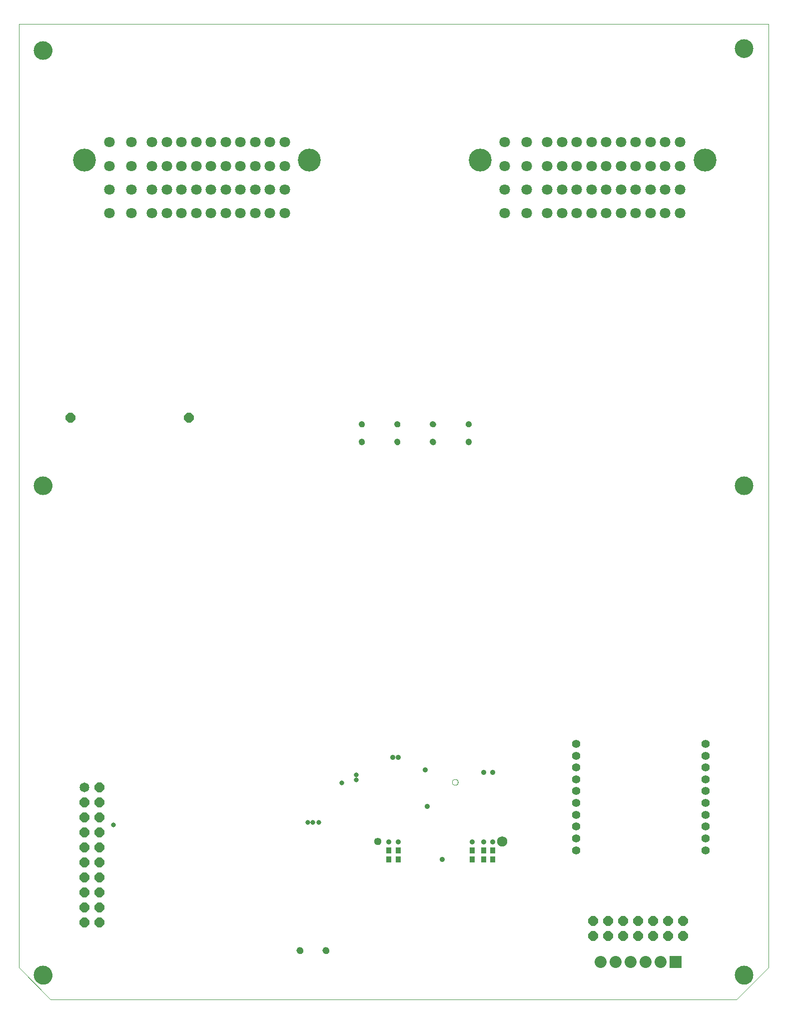
<source format=gbs>
G75*
%MOIN*%
%OFA0B0*%
%FSLAX25Y25*%
%IPPOS*%
%LPD*%
%AMOC8*
5,1,8,0,0,1.08239X$1,22.5*
%
%ADD10C,0.00000*%
%ADD11C,0.07096*%
%ADD12C,0.15230*%
%ADD13C,0.12411*%
%ADD14C,0.04143*%
%ADD15C,0.00010*%
%ADD16C,0.04931*%
%ADD17C,0.06899*%
%ADD18C,0.06506*%
%ADD19OC8,0.06506*%
%ADD20C,0.05600*%
%ADD21C,0.04537*%
%ADD22R,0.03750X0.04143*%
%ADD23R,0.08000X0.08000*%
%ADD24C,0.08000*%
%ADD25C,0.03500*%
%ADD26C,0.03300*%
D10*
X0022250Y0001750D02*
X0001000Y0023000D01*
X0001000Y0651750D01*
X0501000Y0651750D01*
X0501000Y0023000D01*
X0479750Y0001750D01*
X0022250Y0001750D01*
X0011344Y0018000D02*
X0011346Y0018153D01*
X0011352Y0018307D01*
X0011362Y0018460D01*
X0011376Y0018612D01*
X0011394Y0018765D01*
X0011416Y0018916D01*
X0011441Y0019067D01*
X0011471Y0019218D01*
X0011505Y0019368D01*
X0011542Y0019516D01*
X0011583Y0019664D01*
X0011628Y0019810D01*
X0011677Y0019956D01*
X0011730Y0020100D01*
X0011786Y0020242D01*
X0011846Y0020383D01*
X0011910Y0020523D01*
X0011977Y0020661D01*
X0012048Y0020797D01*
X0012123Y0020931D01*
X0012200Y0021063D01*
X0012282Y0021193D01*
X0012366Y0021321D01*
X0012454Y0021447D01*
X0012545Y0021570D01*
X0012639Y0021691D01*
X0012737Y0021809D01*
X0012837Y0021925D01*
X0012941Y0022038D01*
X0013047Y0022149D01*
X0013156Y0022257D01*
X0013268Y0022362D01*
X0013382Y0022463D01*
X0013500Y0022562D01*
X0013619Y0022658D01*
X0013741Y0022751D01*
X0013866Y0022840D01*
X0013993Y0022927D01*
X0014122Y0023009D01*
X0014253Y0023089D01*
X0014386Y0023165D01*
X0014521Y0023238D01*
X0014658Y0023307D01*
X0014797Y0023372D01*
X0014937Y0023434D01*
X0015079Y0023492D01*
X0015222Y0023547D01*
X0015367Y0023598D01*
X0015513Y0023645D01*
X0015660Y0023688D01*
X0015808Y0023727D01*
X0015957Y0023763D01*
X0016107Y0023794D01*
X0016258Y0023822D01*
X0016409Y0023846D01*
X0016562Y0023866D01*
X0016714Y0023882D01*
X0016867Y0023894D01*
X0017020Y0023902D01*
X0017173Y0023906D01*
X0017327Y0023906D01*
X0017480Y0023902D01*
X0017633Y0023894D01*
X0017786Y0023882D01*
X0017938Y0023866D01*
X0018091Y0023846D01*
X0018242Y0023822D01*
X0018393Y0023794D01*
X0018543Y0023763D01*
X0018692Y0023727D01*
X0018840Y0023688D01*
X0018987Y0023645D01*
X0019133Y0023598D01*
X0019278Y0023547D01*
X0019421Y0023492D01*
X0019563Y0023434D01*
X0019703Y0023372D01*
X0019842Y0023307D01*
X0019979Y0023238D01*
X0020114Y0023165D01*
X0020247Y0023089D01*
X0020378Y0023009D01*
X0020507Y0022927D01*
X0020634Y0022840D01*
X0020759Y0022751D01*
X0020881Y0022658D01*
X0021000Y0022562D01*
X0021118Y0022463D01*
X0021232Y0022362D01*
X0021344Y0022257D01*
X0021453Y0022149D01*
X0021559Y0022038D01*
X0021663Y0021925D01*
X0021763Y0021809D01*
X0021861Y0021691D01*
X0021955Y0021570D01*
X0022046Y0021447D01*
X0022134Y0021321D01*
X0022218Y0021193D01*
X0022300Y0021063D01*
X0022377Y0020931D01*
X0022452Y0020797D01*
X0022523Y0020661D01*
X0022590Y0020523D01*
X0022654Y0020383D01*
X0022714Y0020242D01*
X0022770Y0020100D01*
X0022823Y0019956D01*
X0022872Y0019810D01*
X0022917Y0019664D01*
X0022958Y0019516D01*
X0022995Y0019368D01*
X0023029Y0019218D01*
X0023059Y0019067D01*
X0023084Y0018916D01*
X0023106Y0018765D01*
X0023124Y0018612D01*
X0023138Y0018460D01*
X0023148Y0018307D01*
X0023154Y0018153D01*
X0023156Y0018000D01*
X0023154Y0017847D01*
X0023148Y0017693D01*
X0023138Y0017540D01*
X0023124Y0017388D01*
X0023106Y0017235D01*
X0023084Y0017084D01*
X0023059Y0016933D01*
X0023029Y0016782D01*
X0022995Y0016632D01*
X0022958Y0016484D01*
X0022917Y0016336D01*
X0022872Y0016190D01*
X0022823Y0016044D01*
X0022770Y0015900D01*
X0022714Y0015758D01*
X0022654Y0015617D01*
X0022590Y0015477D01*
X0022523Y0015339D01*
X0022452Y0015203D01*
X0022377Y0015069D01*
X0022300Y0014937D01*
X0022218Y0014807D01*
X0022134Y0014679D01*
X0022046Y0014553D01*
X0021955Y0014430D01*
X0021861Y0014309D01*
X0021763Y0014191D01*
X0021663Y0014075D01*
X0021559Y0013962D01*
X0021453Y0013851D01*
X0021344Y0013743D01*
X0021232Y0013638D01*
X0021118Y0013537D01*
X0021000Y0013438D01*
X0020881Y0013342D01*
X0020759Y0013249D01*
X0020634Y0013160D01*
X0020507Y0013073D01*
X0020378Y0012991D01*
X0020247Y0012911D01*
X0020114Y0012835D01*
X0019979Y0012762D01*
X0019842Y0012693D01*
X0019703Y0012628D01*
X0019563Y0012566D01*
X0019421Y0012508D01*
X0019278Y0012453D01*
X0019133Y0012402D01*
X0018987Y0012355D01*
X0018840Y0012312D01*
X0018692Y0012273D01*
X0018543Y0012237D01*
X0018393Y0012206D01*
X0018242Y0012178D01*
X0018091Y0012154D01*
X0017938Y0012134D01*
X0017786Y0012118D01*
X0017633Y0012106D01*
X0017480Y0012098D01*
X0017327Y0012094D01*
X0017173Y0012094D01*
X0017020Y0012098D01*
X0016867Y0012106D01*
X0016714Y0012118D01*
X0016562Y0012134D01*
X0016409Y0012154D01*
X0016258Y0012178D01*
X0016107Y0012206D01*
X0015957Y0012237D01*
X0015808Y0012273D01*
X0015660Y0012312D01*
X0015513Y0012355D01*
X0015367Y0012402D01*
X0015222Y0012453D01*
X0015079Y0012508D01*
X0014937Y0012566D01*
X0014797Y0012628D01*
X0014658Y0012693D01*
X0014521Y0012762D01*
X0014386Y0012835D01*
X0014253Y0012911D01*
X0014122Y0012991D01*
X0013993Y0013073D01*
X0013866Y0013160D01*
X0013741Y0013249D01*
X0013619Y0013342D01*
X0013500Y0013438D01*
X0013382Y0013537D01*
X0013268Y0013638D01*
X0013156Y0013743D01*
X0013047Y0013851D01*
X0012941Y0013962D01*
X0012837Y0014075D01*
X0012737Y0014191D01*
X0012639Y0014309D01*
X0012545Y0014430D01*
X0012454Y0014553D01*
X0012366Y0014679D01*
X0012282Y0014807D01*
X0012200Y0014937D01*
X0012123Y0015069D01*
X0012048Y0015203D01*
X0011977Y0015339D01*
X0011910Y0015477D01*
X0011846Y0015617D01*
X0011786Y0015758D01*
X0011730Y0015900D01*
X0011677Y0016044D01*
X0011628Y0016190D01*
X0011583Y0016336D01*
X0011542Y0016484D01*
X0011505Y0016632D01*
X0011471Y0016782D01*
X0011441Y0016933D01*
X0011416Y0017084D01*
X0011394Y0017235D01*
X0011376Y0017388D01*
X0011362Y0017540D01*
X0011352Y0017693D01*
X0011346Y0017847D01*
X0011344Y0018000D01*
X0186620Y0034437D02*
X0186622Y0034525D01*
X0186628Y0034613D01*
X0186638Y0034701D01*
X0186652Y0034789D01*
X0186669Y0034875D01*
X0186691Y0034961D01*
X0186716Y0035045D01*
X0186746Y0035129D01*
X0186778Y0035211D01*
X0186815Y0035291D01*
X0186855Y0035370D01*
X0186899Y0035447D01*
X0186946Y0035522D01*
X0186996Y0035594D01*
X0187050Y0035665D01*
X0187106Y0035732D01*
X0187166Y0035798D01*
X0187228Y0035860D01*
X0187294Y0035920D01*
X0187361Y0035976D01*
X0187432Y0036030D01*
X0187504Y0036080D01*
X0187579Y0036127D01*
X0187656Y0036171D01*
X0187735Y0036211D01*
X0187815Y0036248D01*
X0187897Y0036280D01*
X0187981Y0036310D01*
X0188065Y0036335D01*
X0188151Y0036357D01*
X0188237Y0036374D01*
X0188325Y0036388D01*
X0188413Y0036398D01*
X0188501Y0036404D01*
X0188589Y0036406D01*
X0188677Y0036404D01*
X0188765Y0036398D01*
X0188853Y0036388D01*
X0188941Y0036374D01*
X0189027Y0036357D01*
X0189113Y0036335D01*
X0189197Y0036310D01*
X0189281Y0036280D01*
X0189363Y0036248D01*
X0189443Y0036211D01*
X0189522Y0036171D01*
X0189599Y0036127D01*
X0189674Y0036080D01*
X0189746Y0036030D01*
X0189817Y0035976D01*
X0189884Y0035920D01*
X0189950Y0035860D01*
X0190012Y0035798D01*
X0190072Y0035732D01*
X0190128Y0035665D01*
X0190182Y0035594D01*
X0190232Y0035522D01*
X0190279Y0035447D01*
X0190323Y0035370D01*
X0190363Y0035291D01*
X0190400Y0035211D01*
X0190432Y0035129D01*
X0190462Y0035045D01*
X0190487Y0034961D01*
X0190509Y0034875D01*
X0190526Y0034789D01*
X0190540Y0034701D01*
X0190550Y0034613D01*
X0190556Y0034525D01*
X0190558Y0034437D01*
X0190556Y0034349D01*
X0190550Y0034261D01*
X0190540Y0034173D01*
X0190526Y0034085D01*
X0190509Y0033999D01*
X0190487Y0033913D01*
X0190462Y0033829D01*
X0190432Y0033745D01*
X0190400Y0033663D01*
X0190363Y0033583D01*
X0190323Y0033504D01*
X0190279Y0033427D01*
X0190232Y0033352D01*
X0190182Y0033280D01*
X0190128Y0033209D01*
X0190072Y0033142D01*
X0190012Y0033076D01*
X0189950Y0033014D01*
X0189884Y0032954D01*
X0189817Y0032898D01*
X0189746Y0032844D01*
X0189674Y0032794D01*
X0189599Y0032747D01*
X0189522Y0032703D01*
X0189443Y0032663D01*
X0189363Y0032626D01*
X0189281Y0032594D01*
X0189197Y0032564D01*
X0189113Y0032539D01*
X0189027Y0032517D01*
X0188941Y0032500D01*
X0188853Y0032486D01*
X0188765Y0032476D01*
X0188677Y0032470D01*
X0188589Y0032468D01*
X0188501Y0032470D01*
X0188413Y0032476D01*
X0188325Y0032486D01*
X0188237Y0032500D01*
X0188151Y0032517D01*
X0188065Y0032539D01*
X0187981Y0032564D01*
X0187897Y0032594D01*
X0187815Y0032626D01*
X0187735Y0032663D01*
X0187656Y0032703D01*
X0187579Y0032747D01*
X0187504Y0032794D01*
X0187432Y0032844D01*
X0187361Y0032898D01*
X0187294Y0032954D01*
X0187228Y0033014D01*
X0187166Y0033076D01*
X0187106Y0033142D01*
X0187050Y0033209D01*
X0186996Y0033280D01*
X0186946Y0033352D01*
X0186899Y0033427D01*
X0186855Y0033504D01*
X0186815Y0033583D01*
X0186778Y0033663D01*
X0186746Y0033745D01*
X0186716Y0033829D01*
X0186691Y0033913D01*
X0186669Y0033999D01*
X0186652Y0034085D01*
X0186638Y0034173D01*
X0186628Y0034261D01*
X0186622Y0034349D01*
X0186620Y0034437D01*
X0203942Y0034437D02*
X0203944Y0034525D01*
X0203950Y0034613D01*
X0203960Y0034701D01*
X0203974Y0034789D01*
X0203991Y0034875D01*
X0204013Y0034961D01*
X0204038Y0035045D01*
X0204068Y0035129D01*
X0204100Y0035211D01*
X0204137Y0035291D01*
X0204177Y0035370D01*
X0204221Y0035447D01*
X0204268Y0035522D01*
X0204318Y0035594D01*
X0204372Y0035665D01*
X0204428Y0035732D01*
X0204488Y0035798D01*
X0204550Y0035860D01*
X0204616Y0035920D01*
X0204683Y0035976D01*
X0204754Y0036030D01*
X0204826Y0036080D01*
X0204901Y0036127D01*
X0204978Y0036171D01*
X0205057Y0036211D01*
X0205137Y0036248D01*
X0205219Y0036280D01*
X0205303Y0036310D01*
X0205387Y0036335D01*
X0205473Y0036357D01*
X0205559Y0036374D01*
X0205647Y0036388D01*
X0205735Y0036398D01*
X0205823Y0036404D01*
X0205911Y0036406D01*
X0205999Y0036404D01*
X0206087Y0036398D01*
X0206175Y0036388D01*
X0206263Y0036374D01*
X0206349Y0036357D01*
X0206435Y0036335D01*
X0206519Y0036310D01*
X0206603Y0036280D01*
X0206685Y0036248D01*
X0206765Y0036211D01*
X0206844Y0036171D01*
X0206921Y0036127D01*
X0206996Y0036080D01*
X0207068Y0036030D01*
X0207139Y0035976D01*
X0207206Y0035920D01*
X0207272Y0035860D01*
X0207334Y0035798D01*
X0207394Y0035732D01*
X0207450Y0035665D01*
X0207504Y0035594D01*
X0207554Y0035522D01*
X0207601Y0035447D01*
X0207645Y0035370D01*
X0207685Y0035291D01*
X0207722Y0035211D01*
X0207754Y0035129D01*
X0207784Y0035045D01*
X0207809Y0034961D01*
X0207831Y0034875D01*
X0207848Y0034789D01*
X0207862Y0034701D01*
X0207872Y0034613D01*
X0207878Y0034525D01*
X0207880Y0034437D01*
X0207878Y0034349D01*
X0207872Y0034261D01*
X0207862Y0034173D01*
X0207848Y0034085D01*
X0207831Y0033999D01*
X0207809Y0033913D01*
X0207784Y0033829D01*
X0207754Y0033745D01*
X0207722Y0033663D01*
X0207685Y0033583D01*
X0207645Y0033504D01*
X0207601Y0033427D01*
X0207554Y0033352D01*
X0207504Y0033280D01*
X0207450Y0033209D01*
X0207394Y0033142D01*
X0207334Y0033076D01*
X0207272Y0033014D01*
X0207206Y0032954D01*
X0207139Y0032898D01*
X0207068Y0032844D01*
X0206996Y0032794D01*
X0206921Y0032747D01*
X0206844Y0032703D01*
X0206765Y0032663D01*
X0206685Y0032626D01*
X0206603Y0032594D01*
X0206519Y0032564D01*
X0206435Y0032539D01*
X0206349Y0032517D01*
X0206263Y0032500D01*
X0206175Y0032486D01*
X0206087Y0032476D01*
X0205999Y0032470D01*
X0205911Y0032468D01*
X0205823Y0032470D01*
X0205735Y0032476D01*
X0205647Y0032486D01*
X0205559Y0032500D01*
X0205473Y0032517D01*
X0205387Y0032539D01*
X0205303Y0032564D01*
X0205219Y0032594D01*
X0205137Y0032626D01*
X0205057Y0032663D01*
X0204978Y0032703D01*
X0204901Y0032747D01*
X0204826Y0032794D01*
X0204754Y0032844D01*
X0204683Y0032898D01*
X0204616Y0032954D01*
X0204550Y0033014D01*
X0204488Y0033076D01*
X0204428Y0033142D01*
X0204372Y0033209D01*
X0204318Y0033280D01*
X0204268Y0033352D01*
X0204221Y0033427D01*
X0204177Y0033504D01*
X0204137Y0033583D01*
X0204100Y0033663D01*
X0204068Y0033745D01*
X0204038Y0033829D01*
X0204013Y0033913D01*
X0203991Y0033999D01*
X0203974Y0034085D01*
X0203960Y0034173D01*
X0203950Y0034261D01*
X0203944Y0034349D01*
X0203942Y0034437D01*
X0238166Y0107232D02*
X0238168Y0107325D01*
X0238174Y0107417D01*
X0238184Y0107509D01*
X0238198Y0107600D01*
X0238215Y0107691D01*
X0238237Y0107781D01*
X0238262Y0107870D01*
X0238291Y0107958D01*
X0238324Y0108044D01*
X0238361Y0108129D01*
X0238401Y0108213D01*
X0238445Y0108294D01*
X0238492Y0108374D01*
X0238542Y0108452D01*
X0238596Y0108527D01*
X0238653Y0108600D01*
X0238713Y0108670D01*
X0238776Y0108738D01*
X0238842Y0108803D01*
X0238910Y0108865D01*
X0238981Y0108925D01*
X0239055Y0108981D01*
X0239131Y0109034D01*
X0239209Y0109083D01*
X0239289Y0109130D01*
X0239371Y0109172D01*
X0239455Y0109212D01*
X0239540Y0109247D01*
X0239627Y0109279D01*
X0239715Y0109308D01*
X0239804Y0109332D01*
X0239894Y0109353D01*
X0239985Y0109369D01*
X0240077Y0109382D01*
X0240169Y0109391D01*
X0240262Y0109396D01*
X0240354Y0109397D01*
X0240447Y0109394D01*
X0240539Y0109387D01*
X0240631Y0109376D01*
X0240722Y0109361D01*
X0240813Y0109343D01*
X0240903Y0109320D01*
X0240991Y0109294D01*
X0241079Y0109264D01*
X0241165Y0109230D01*
X0241249Y0109193D01*
X0241332Y0109151D01*
X0241413Y0109107D01*
X0241493Y0109059D01*
X0241570Y0109008D01*
X0241644Y0108953D01*
X0241717Y0108895D01*
X0241787Y0108835D01*
X0241854Y0108771D01*
X0241918Y0108705D01*
X0241980Y0108635D01*
X0242038Y0108564D01*
X0242093Y0108490D01*
X0242145Y0108413D01*
X0242194Y0108334D01*
X0242240Y0108254D01*
X0242282Y0108171D01*
X0242320Y0108087D01*
X0242355Y0108001D01*
X0242386Y0107914D01*
X0242413Y0107826D01*
X0242436Y0107736D01*
X0242456Y0107646D01*
X0242472Y0107555D01*
X0242484Y0107463D01*
X0242492Y0107371D01*
X0242496Y0107278D01*
X0242496Y0107186D01*
X0242492Y0107093D01*
X0242484Y0107001D01*
X0242472Y0106909D01*
X0242456Y0106818D01*
X0242436Y0106728D01*
X0242413Y0106638D01*
X0242386Y0106550D01*
X0242355Y0106463D01*
X0242320Y0106377D01*
X0242282Y0106293D01*
X0242240Y0106210D01*
X0242194Y0106130D01*
X0242145Y0106051D01*
X0242093Y0105974D01*
X0242038Y0105900D01*
X0241980Y0105829D01*
X0241918Y0105759D01*
X0241854Y0105693D01*
X0241787Y0105629D01*
X0241717Y0105569D01*
X0241644Y0105511D01*
X0241570Y0105456D01*
X0241493Y0105405D01*
X0241414Y0105357D01*
X0241332Y0105313D01*
X0241249Y0105271D01*
X0241165Y0105234D01*
X0241079Y0105200D01*
X0240991Y0105170D01*
X0240903Y0105144D01*
X0240813Y0105121D01*
X0240722Y0105103D01*
X0240631Y0105088D01*
X0240539Y0105077D01*
X0240447Y0105070D01*
X0240354Y0105067D01*
X0240262Y0105068D01*
X0240169Y0105073D01*
X0240077Y0105082D01*
X0239985Y0105095D01*
X0239894Y0105111D01*
X0239804Y0105132D01*
X0239715Y0105156D01*
X0239627Y0105185D01*
X0239540Y0105217D01*
X0239455Y0105252D01*
X0239371Y0105292D01*
X0239289Y0105334D01*
X0239209Y0105381D01*
X0239131Y0105430D01*
X0239055Y0105483D01*
X0238981Y0105539D01*
X0238910Y0105599D01*
X0238842Y0105661D01*
X0238776Y0105726D01*
X0238713Y0105794D01*
X0238653Y0105864D01*
X0238596Y0105937D01*
X0238542Y0106012D01*
X0238492Y0106090D01*
X0238445Y0106170D01*
X0238401Y0106251D01*
X0238361Y0106335D01*
X0238324Y0106420D01*
X0238291Y0106506D01*
X0238262Y0106594D01*
X0238237Y0106683D01*
X0238215Y0106773D01*
X0238198Y0106864D01*
X0238184Y0106955D01*
X0238174Y0107047D01*
X0238168Y0107139D01*
X0238166Y0107232D01*
X0320252Y0107232D02*
X0320254Y0107344D01*
X0320260Y0107455D01*
X0320270Y0107567D01*
X0320284Y0107678D01*
X0320301Y0107788D01*
X0320323Y0107898D01*
X0320349Y0108007D01*
X0320378Y0108115D01*
X0320411Y0108221D01*
X0320448Y0108327D01*
X0320489Y0108431D01*
X0320534Y0108534D01*
X0320582Y0108635D01*
X0320633Y0108734D01*
X0320688Y0108831D01*
X0320747Y0108926D01*
X0320808Y0109020D01*
X0320873Y0109111D01*
X0320942Y0109199D01*
X0321013Y0109285D01*
X0321087Y0109369D01*
X0321165Y0109449D01*
X0321245Y0109527D01*
X0321328Y0109603D01*
X0321413Y0109675D01*
X0321501Y0109744D01*
X0321591Y0109810D01*
X0321684Y0109872D01*
X0321779Y0109932D01*
X0321876Y0109988D01*
X0321974Y0110040D01*
X0322075Y0110089D01*
X0322177Y0110134D01*
X0322281Y0110176D01*
X0322386Y0110214D01*
X0322493Y0110248D01*
X0322600Y0110278D01*
X0322709Y0110305D01*
X0322818Y0110327D01*
X0322929Y0110346D01*
X0323039Y0110361D01*
X0323151Y0110372D01*
X0323262Y0110379D01*
X0323374Y0110382D01*
X0323486Y0110381D01*
X0323598Y0110376D01*
X0323709Y0110367D01*
X0323820Y0110354D01*
X0323931Y0110337D01*
X0324041Y0110317D01*
X0324150Y0110292D01*
X0324258Y0110264D01*
X0324365Y0110231D01*
X0324471Y0110195D01*
X0324575Y0110155D01*
X0324678Y0110112D01*
X0324780Y0110065D01*
X0324879Y0110014D01*
X0324977Y0109960D01*
X0325073Y0109902D01*
X0325167Y0109841D01*
X0325258Y0109777D01*
X0325347Y0109710D01*
X0325434Y0109639D01*
X0325518Y0109565D01*
X0325600Y0109489D01*
X0325678Y0109409D01*
X0325754Y0109327D01*
X0325827Y0109242D01*
X0325897Y0109155D01*
X0325963Y0109065D01*
X0326027Y0108973D01*
X0326087Y0108879D01*
X0326144Y0108783D01*
X0326197Y0108684D01*
X0326247Y0108584D01*
X0326293Y0108483D01*
X0326336Y0108379D01*
X0326375Y0108274D01*
X0326410Y0108168D01*
X0326441Y0108061D01*
X0326469Y0107952D01*
X0326492Y0107843D01*
X0326512Y0107733D01*
X0326528Y0107622D01*
X0326540Y0107511D01*
X0326548Y0107400D01*
X0326552Y0107288D01*
X0326552Y0107176D01*
X0326548Y0107064D01*
X0326540Y0106953D01*
X0326528Y0106842D01*
X0326512Y0106731D01*
X0326492Y0106621D01*
X0326469Y0106512D01*
X0326441Y0106403D01*
X0326410Y0106296D01*
X0326375Y0106190D01*
X0326336Y0106085D01*
X0326293Y0105981D01*
X0326247Y0105880D01*
X0326197Y0105780D01*
X0326144Y0105681D01*
X0326087Y0105585D01*
X0326027Y0105491D01*
X0325963Y0105399D01*
X0325897Y0105309D01*
X0325827Y0105222D01*
X0325754Y0105137D01*
X0325678Y0105055D01*
X0325600Y0104975D01*
X0325518Y0104899D01*
X0325434Y0104825D01*
X0325347Y0104754D01*
X0325258Y0104687D01*
X0325167Y0104623D01*
X0325073Y0104562D01*
X0324977Y0104504D01*
X0324879Y0104450D01*
X0324780Y0104399D01*
X0324678Y0104352D01*
X0324575Y0104309D01*
X0324471Y0104269D01*
X0324365Y0104233D01*
X0324258Y0104200D01*
X0324150Y0104172D01*
X0324041Y0104147D01*
X0323931Y0104127D01*
X0323820Y0104110D01*
X0323709Y0104097D01*
X0323598Y0104088D01*
X0323486Y0104083D01*
X0323374Y0104082D01*
X0323262Y0104085D01*
X0323151Y0104092D01*
X0323039Y0104103D01*
X0322929Y0104118D01*
X0322818Y0104137D01*
X0322709Y0104159D01*
X0322600Y0104186D01*
X0322493Y0104216D01*
X0322386Y0104250D01*
X0322281Y0104288D01*
X0322177Y0104330D01*
X0322075Y0104375D01*
X0321974Y0104424D01*
X0321876Y0104476D01*
X0321779Y0104532D01*
X0321684Y0104592D01*
X0321591Y0104654D01*
X0321501Y0104720D01*
X0321413Y0104789D01*
X0321328Y0104861D01*
X0321245Y0104937D01*
X0321165Y0105015D01*
X0321087Y0105095D01*
X0321013Y0105179D01*
X0320942Y0105265D01*
X0320873Y0105353D01*
X0320808Y0105444D01*
X0320747Y0105538D01*
X0320688Y0105633D01*
X0320633Y0105730D01*
X0320582Y0105829D01*
X0320534Y0105930D01*
X0320489Y0106033D01*
X0320448Y0106137D01*
X0320411Y0106243D01*
X0320378Y0106349D01*
X0320349Y0106457D01*
X0320323Y0106566D01*
X0320301Y0106676D01*
X0320284Y0106786D01*
X0320270Y0106897D01*
X0320260Y0107009D01*
X0320254Y0107120D01*
X0320252Y0107232D01*
X0478844Y0018000D02*
X0478846Y0018153D01*
X0478852Y0018307D01*
X0478862Y0018460D01*
X0478876Y0018612D01*
X0478894Y0018765D01*
X0478916Y0018916D01*
X0478941Y0019067D01*
X0478971Y0019218D01*
X0479005Y0019368D01*
X0479042Y0019516D01*
X0479083Y0019664D01*
X0479128Y0019810D01*
X0479177Y0019956D01*
X0479230Y0020100D01*
X0479286Y0020242D01*
X0479346Y0020383D01*
X0479410Y0020523D01*
X0479477Y0020661D01*
X0479548Y0020797D01*
X0479623Y0020931D01*
X0479700Y0021063D01*
X0479782Y0021193D01*
X0479866Y0021321D01*
X0479954Y0021447D01*
X0480045Y0021570D01*
X0480139Y0021691D01*
X0480237Y0021809D01*
X0480337Y0021925D01*
X0480441Y0022038D01*
X0480547Y0022149D01*
X0480656Y0022257D01*
X0480768Y0022362D01*
X0480882Y0022463D01*
X0481000Y0022562D01*
X0481119Y0022658D01*
X0481241Y0022751D01*
X0481366Y0022840D01*
X0481493Y0022927D01*
X0481622Y0023009D01*
X0481753Y0023089D01*
X0481886Y0023165D01*
X0482021Y0023238D01*
X0482158Y0023307D01*
X0482297Y0023372D01*
X0482437Y0023434D01*
X0482579Y0023492D01*
X0482722Y0023547D01*
X0482867Y0023598D01*
X0483013Y0023645D01*
X0483160Y0023688D01*
X0483308Y0023727D01*
X0483457Y0023763D01*
X0483607Y0023794D01*
X0483758Y0023822D01*
X0483909Y0023846D01*
X0484062Y0023866D01*
X0484214Y0023882D01*
X0484367Y0023894D01*
X0484520Y0023902D01*
X0484673Y0023906D01*
X0484827Y0023906D01*
X0484980Y0023902D01*
X0485133Y0023894D01*
X0485286Y0023882D01*
X0485438Y0023866D01*
X0485591Y0023846D01*
X0485742Y0023822D01*
X0485893Y0023794D01*
X0486043Y0023763D01*
X0486192Y0023727D01*
X0486340Y0023688D01*
X0486487Y0023645D01*
X0486633Y0023598D01*
X0486778Y0023547D01*
X0486921Y0023492D01*
X0487063Y0023434D01*
X0487203Y0023372D01*
X0487342Y0023307D01*
X0487479Y0023238D01*
X0487614Y0023165D01*
X0487747Y0023089D01*
X0487878Y0023009D01*
X0488007Y0022927D01*
X0488134Y0022840D01*
X0488259Y0022751D01*
X0488381Y0022658D01*
X0488500Y0022562D01*
X0488618Y0022463D01*
X0488732Y0022362D01*
X0488844Y0022257D01*
X0488953Y0022149D01*
X0489059Y0022038D01*
X0489163Y0021925D01*
X0489263Y0021809D01*
X0489361Y0021691D01*
X0489455Y0021570D01*
X0489546Y0021447D01*
X0489634Y0021321D01*
X0489718Y0021193D01*
X0489800Y0021063D01*
X0489877Y0020931D01*
X0489952Y0020797D01*
X0490023Y0020661D01*
X0490090Y0020523D01*
X0490154Y0020383D01*
X0490214Y0020242D01*
X0490270Y0020100D01*
X0490323Y0019956D01*
X0490372Y0019810D01*
X0490417Y0019664D01*
X0490458Y0019516D01*
X0490495Y0019368D01*
X0490529Y0019218D01*
X0490559Y0019067D01*
X0490584Y0018916D01*
X0490606Y0018765D01*
X0490624Y0018612D01*
X0490638Y0018460D01*
X0490648Y0018307D01*
X0490654Y0018153D01*
X0490656Y0018000D01*
X0490654Y0017847D01*
X0490648Y0017693D01*
X0490638Y0017540D01*
X0490624Y0017388D01*
X0490606Y0017235D01*
X0490584Y0017084D01*
X0490559Y0016933D01*
X0490529Y0016782D01*
X0490495Y0016632D01*
X0490458Y0016484D01*
X0490417Y0016336D01*
X0490372Y0016190D01*
X0490323Y0016044D01*
X0490270Y0015900D01*
X0490214Y0015758D01*
X0490154Y0015617D01*
X0490090Y0015477D01*
X0490023Y0015339D01*
X0489952Y0015203D01*
X0489877Y0015069D01*
X0489800Y0014937D01*
X0489718Y0014807D01*
X0489634Y0014679D01*
X0489546Y0014553D01*
X0489455Y0014430D01*
X0489361Y0014309D01*
X0489263Y0014191D01*
X0489163Y0014075D01*
X0489059Y0013962D01*
X0488953Y0013851D01*
X0488844Y0013743D01*
X0488732Y0013638D01*
X0488618Y0013537D01*
X0488500Y0013438D01*
X0488381Y0013342D01*
X0488259Y0013249D01*
X0488134Y0013160D01*
X0488007Y0013073D01*
X0487878Y0012991D01*
X0487747Y0012911D01*
X0487614Y0012835D01*
X0487479Y0012762D01*
X0487342Y0012693D01*
X0487203Y0012628D01*
X0487063Y0012566D01*
X0486921Y0012508D01*
X0486778Y0012453D01*
X0486633Y0012402D01*
X0486487Y0012355D01*
X0486340Y0012312D01*
X0486192Y0012273D01*
X0486043Y0012237D01*
X0485893Y0012206D01*
X0485742Y0012178D01*
X0485591Y0012154D01*
X0485438Y0012134D01*
X0485286Y0012118D01*
X0485133Y0012106D01*
X0484980Y0012098D01*
X0484827Y0012094D01*
X0484673Y0012094D01*
X0484520Y0012098D01*
X0484367Y0012106D01*
X0484214Y0012118D01*
X0484062Y0012134D01*
X0483909Y0012154D01*
X0483758Y0012178D01*
X0483607Y0012206D01*
X0483457Y0012237D01*
X0483308Y0012273D01*
X0483160Y0012312D01*
X0483013Y0012355D01*
X0482867Y0012402D01*
X0482722Y0012453D01*
X0482579Y0012508D01*
X0482437Y0012566D01*
X0482297Y0012628D01*
X0482158Y0012693D01*
X0482021Y0012762D01*
X0481886Y0012835D01*
X0481753Y0012911D01*
X0481622Y0012991D01*
X0481493Y0013073D01*
X0481366Y0013160D01*
X0481241Y0013249D01*
X0481119Y0013342D01*
X0481000Y0013438D01*
X0480882Y0013537D01*
X0480768Y0013638D01*
X0480656Y0013743D01*
X0480547Y0013851D01*
X0480441Y0013962D01*
X0480337Y0014075D01*
X0480237Y0014191D01*
X0480139Y0014309D01*
X0480045Y0014430D01*
X0479954Y0014553D01*
X0479866Y0014679D01*
X0479782Y0014807D01*
X0479700Y0014937D01*
X0479623Y0015069D01*
X0479548Y0015203D01*
X0479477Y0015339D01*
X0479410Y0015477D01*
X0479346Y0015617D01*
X0479286Y0015758D01*
X0479230Y0015900D01*
X0479177Y0016044D01*
X0479128Y0016190D01*
X0479083Y0016336D01*
X0479042Y0016484D01*
X0479005Y0016632D01*
X0478971Y0016782D01*
X0478941Y0016933D01*
X0478916Y0017084D01*
X0478894Y0017235D01*
X0478876Y0017388D01*
X0478862Y0017540D01*
X0478852Y0017693D01*
X0478846Y0017847D01*
X0478844Y0018000D01*
X0478844Y0344250D02*
X0478846Y0344403D01*
X0478852Y0344557D01*
X0478862Y0344710D01*
X0478876Y0344862D01*
X0478894Y0345015D01*
X0478916Y0345166D01*
X0478941Y0345317D01*
X0478971Y0345468D01*
X0479005Y0345618D01*
X0479042Y0345766D01*
X0479083Y0345914D01*
X0479128Y0346060D01*
X0479177Y0346206D01*
X0479230Y0346350D01*
X0479286Y0346492D01*
X0479346Y0346633D01*
X0479410Y0346773D01*
X0479477Y0346911D01*
X0479548Y0347047D01*
X0479623Y0347181D01*
X0479700Y0347313D01*
X0479782Y0347443D01*
X0479866Y0347571D01*
X0479954Y0347697D01*
X0480045Y0347820D01*
X0480139Y0347941D01*
X0480237Y0348059D01*
X0480337Y0348175D01*
X0480441Y0348288D01*
X0480547Y0348399D01*
X0480656Y0348507D01*
X0480768Y0348612D01*
X0480882Y0348713D01*
X0481000Y0348812D01*
X0481119Y0348908D01*
X0481241Y0349001D01*
X0481366Y0349090D01*
X0481493Y0349177D01*
X0481622Y0349259D01*
X0481753Y0349339D01*
X0481886Y0349415D01*
X0482021Y0349488D01*
X0482158Y0349557D01*
X0482297Y0349622D01*
X0482437Y0349684D01*
X0482579Y0349742D01*
X0482722Y0349797D01*
X0482867Y0349848D01*
X0483013Y0349895D01*
X0483160Y0349938D01*
X0483308Y0349977D01*
X0483457Y0350013D01*
X0483607Y0350044D01*
X0483758Y0350072D01*
X0483909Y0350096D01*
X0484062Y0350116D01*
X0484214Y0350132D01*
X0484367Y0350144D01*
X0484520Y0350152D01*
X0484673Y0350156D01*
X0484827Y0350156D01*
X0484980Y0350152D01*
X0485133Y0350144D01*
X0485286Y0350132D01*
X0485438Y0350116D01*
X0485591Y0350096D01*
X0485742Y0350072D01*
X0485893Y0350044D01*
X0486043Y0350013D01*
X0486192Y0349977D01*
X0486340Y0349938D01*
X0486487Y0349895D01*
X0486633Y0349848D01*
X0486778Y0349797D01*
X0486921Y0349742D01*
X0487063Y0349684D01*
X0487203Y0349622D01*
X0487342Y0349557D01*
X0487479Y0349488D01*
X0487614Y0349415D01*
X0487747Y0349339D01*
X0487878Y0349259D01*
X0488007Y0349177D01*
X0488134Y0349090D01*
X0488259Y0349001D01*
X0488381Y0348908D01*
X0488500Y0348812D01*
X0488618Y0348713D01*
X0488732Y0348612D01*
X0488844Y0348507D01*
X0488953Y0348399D01*
X0489059Y0348288D01*
X0489163Y0348175D01*
X0489263Y0348059D01*
X0489361Y0347941D01*
X0489455Y0347820D01*
X0489546Y0347697D01*
X0489634Y0347571D01*
X0489718Y0347443D01*
X0489800Y0347313D01*
X0489877Y0347181D01*
X0489952Y0347047D01*
X0490023Y0346911D01*
X0490090Y0346773D01*
X0490154Y0346633D01*
X0490214Y0346492D01*
X0490270Y0346350D01*
X0490323Y0346206D01*
X0490372Y0346060D01*
X0490417Y0345914D01*
X0490458Y0345766D01*
X0490495Y0345618D01*
X0490529Y0345468D01*
X0490559Y0345317D01*
X0490584Y0345166D01*
X0490606Y0345015D01*
X0490624Y0344862D01*
X0490638Y0344710D01*
X0490648Y0344557D01*
X0490654Y0344403D01*
X0490656Y0344250D01*
X0490654Y0344097D01*
X0490648Y0343943D01*
X0490638Y0343790D01*
X0490624Y0343638D01*
X0490606Y0343485D01*
X0490584Y0343334D01*
X0490559Y0343183D01*
X0490529Y0343032D01*
X0490495Y0342882D01*
X0490458Y0342734D01*
X0490417Y0342586D01*
X0490372Y0342440D01*
X0490323Y0342294D01*
X0490270Y0342150D01*
X0490214Y0342008D01*
X0490154Y0341867D01*
X0490090Y0341727D01*
X0490023Y0341589D01*
X0489952Y0341453D01*
X0489877Y0341319D01*
X0489800Y0341187D01*
X0489718Y0341057D01*
X0489634Y0340929D01*
X0489546Y0340803D01*
X0489455Y0340680D01*
X0489361Y0340559D01*
X0489263Y0340441D01*
X0489163Y0340325D01*
X0489059Y0340212D01*
X0488953Y0340101D01*
X0488844Y0339993D01*
X0488732Y0339888D01*
X0488618Y0339787D01*
X0488500Y0339688D01*
X0488381Y0339592D01*
X0488259Y0339499D01*
X0488134Y0339410D01*
X0488007Y0339323D01*
X0487878Y0339241D01*
X0487747Y0339161D01*
X0487614Y0339085D01*
X0487479Y0339012D01*
X0487342Y0338943D01*
X0487203Y0338878D01*
X0487063Y0338816D01*
X0486921Y0338758D01*
X0486778Y0338703D01*
X0486633Y0338652D01*
X0486487Y0338605D01*
X0486340Y0338562D01*
X0486192Y0338523D01*
X0486043Y0338487D01*
X0485893Y0338456D01*
X0485742Y0338428D01*
X0485591Y0338404D01*
X0485438Y0338384D01*
X0485286Y0338368D01*
X0485133Y0338356D01*
X0484980Y0338348D01*
X0484827Y0338344D01*
X0484673Y0338344D01*
X0484520Y0338348D01*
X0484367Y0338356D01*
X0484214Y0338368D01*
X0484062Y0338384D01*
X0483909Y0338404D01*
X0483758Y0338428D01*
X0483607Y0338456D01*
X0483457Y0338487D01*
X0483308Y0338523D01*
X0483160Y0338562D01*
X0483013Y0338605D01*
X0482867Y0338652D01*
X0482722Y0338703D01*
X0482579Y0338758D01*
X0482437Y0338816D01*
X0482297Y0338878D01*
X0482158Y0338943D01*
X0482021Y0339012D01*
X0481886Y0339085D01*
X0481753Y0339161D01*
X0481622Y0339241D01*
X0481493Y0339323D01*
X0481366Y0339410D01*
X0481241Y0339499D01*
X0481119Y0339592D01*
X0481000Y0339688D01*
X0480882Y0339787D01*
X0480768Y0339888D01*
X0480656Y0339993D01*
X0480547Y0340101D01*
X0480441Y0340212D01*
X0480337Y0340325D01*
X0480237Y0340441D01*
X0480139Y0340559D01*
X0480045Y0340680D01*
X0479954Y0340803D01*
X0479866Y0340929D01*
X0479782Y0341057D01*
X0479700Y0341187D01*
X0479623Y0341319D01*
X0479548Y0341453D01*
X0479477Y0341589D01*
X0479410Y0341727D01*
X0479346Y0341867D01*
X0479286Y0342008D01*
X0479230Y0342150D01*
X0479177Y0342294D01*
X0479128Y0342440D01*
X0479083Y0342586D01*
X0479042Y0342734D01*
X0479005Y0342882D01*
X0478971Y0343032D01*
X0478941Y0343183D01*
X0478916Y0343334D01*
X0478894Y0343485D01*
X0478876Y0343638D01*
X0478862Y0343790D01*
X0478852Y0343943D01*
X0478846Y0344097D01*
X0478844Y0344250D01*
X0299228Y0373344D02*
X0299230Y0373428D01*
X0299236Y0373511D01*
X0299246Y0373594D01*
X0299260Y0373677D01*
X0299277Y0373759D01*
X0299299Y0373840D01*
X0299324Y0373919D01*
X0299353Y0373998D01*
X0299386Y0374075D01*
X0299422Y0374150D01*
X0299462Y0374224D01*
X0299505Y0374296D01*
X0299552Y0374365D01*
X0299602Y0374432D01*
X0299655Y0374497D01*
X0299711Y0374559D01*
X0299769Y0374619D01*
X0299831Y0374676D01*
X0299895Y0374729D01*
X0299962Y0374780D01*
X0300031Y0374827D01*
X0300102Y0374872D01*
X0300175Y0374912D01*
X0300250Y0374949D01*
X0300327Y0374983D01*
X0300405Y0375013D01*
X0300484Y0375039D01*
X0300565Y0375062D01*
X0300647Y0375080D01*
X0300729Y0375095D01*
X0300812Y0375106D01*
X0300895Y0375113D01*
X0300979Y0375116D01*
X0301063Y0375115D01*
X0301146Y0375110D01*
X0301230Y0375101D01*
X0301312Y0375088D01*
X0301394Y0375072D01*
X0301475Y0375051D01*
X0301556Y0375027D01*
X0301634Y0374999D01*
X0301712Y0374967D01*
X0301788Y0374931D01*
X0301862Y0374892D01*
X0301934Y0374850D01*
X0302004Y0374804D01*
X0302072Y0374755D01*
X0302137Y0374703D01*
X0302200Y0374648D01*
X0302260Y0374590D01*
X0302318Y0374529D01*
X0302372Y0374465D01*
X0302424Y0374399D01*
X0302472Y0374331D01*
X0302517Y0374260D01*
X0302558Y0374187D01*
X0302597Y0374113D01*
X0302631Y0374037D01*
X0302662Y0373959D01*
X0302689Y0373880D01*
X0302713Y0373799D01*
X0302732Y0373718D01*
X0302748Y0373636D01*
X0302760Y0373553D01*
X0302768Y0373469D01*
X0302772Y0373386D01*
X0302772Y0373302D01*
X0302768Y0373219D01*
X0302760Y0373135D01*
X0302748Y0373052D01*
X0302732Y0372970D01*
X0302713Y0372889D01*
X0302689Y0372808D01*
X0302662Y0372729D01*
X0302631Y0372651D01*
X0302597Y0372575D01*
X0302558Y0372501D01*
X0302517Y0372428D01*
X0302472Y0372357D01*
X0302424Y0372289D01*
X0302372Y0372223D01*
X0302318Y0372159D01*
X0302260Y0372098D01*
X0302200Y0372040D01*
X0302137Y0371985D01*
X0302072Y0371933D01*
X0302004Y0371884D01*
X0301934Y0371838D01*
X0301862Y0371796D01*
X0301788Y0371757D01*
X0301712Y0371721D01*
X0301634Y0371689D01*
X0301556Y0371661D01*
X0301475Y0371637D01*
X0301394Y0371616D01*
X0301312Y0371600D01*
X0301230Y0371587D01*
X0301146Y0371578D01*
X0301063Y0371573D01*
X0300979Y0371572D01*
X0300895Y0371575D01*
X0300812Y0371582D01*
X0300729Y0371593D01*
X0300647Y0371608D01*
X0300565Y0371626D01*
X0300484Y0371649D01*
X0300405Y0371675D01*
X0300327Y0371705D01*
X0300250Y0371739D01*
X0300175Y0371776D01*
X0300102Y0371816D01*
X0300031Y0371861D01*
X0299962Y0371908D01*
X0299895Y0371959D01*
X0299831Y0372012D01*
X0299769Y0372069D01*
X0299711Y0372129D01*
X0299655Y0372191D01*
X0299602Y0372256D01*
X0299552Y0372323D01*
X0299505Y0372392D01*
X0299462Y0372464D01*
X0299422Y0372538D01*
X0299386Y0372613D01*
X0299353Y0372690D01*
X0299324Y0372769D01*
X0299299Y0372848D01*
X0299277Y0372929D01*
X0299260Y0373011D01*
X0299246Y0373094D01*
X0299236Y0373177D01*
X0299230Y0373260D01*
X0299228Y0373344D01*
X0299228Y0385156D02*
X0299230Y0385240D01*
X0299236Y0385323D01*
X0299246Y0385406D01*
X0299260Y0385489D01*
X0299277Y0385571D01*
X0299299Y0385652D01*
X0299324Y0385731D01*
X0299353Y0385810D01*
X0299386Y0385887D01*
X0299422Y0385962D01*
X0299462Y0386036D01*
X0299505Y0386108D01*
X0299552Y0386177D01*
X0299602Y0386244D01*
X0299655Y0386309D01*
X0299711Y0386371D01*
X0299769Y0386431D01*
X0299831Y0386488D01*
X0299895Y0386541D01*
X0299962Y0386592D01*
X0300031Y0386639D01*
X0300102Y0386684D01*
X0300175Y0386724D01*
X0300250Y0386761D01*
X0300327Y0386795D01*
X0300405Y0386825D01*
X0300484Y0386851D01*
X0300565Y0386874D01*
X0300647Y0386892D01*
X0300729Y0386907D01*
X0300812Y0386918D01*
X0300895Y0386925D01*
X0300979Y0386928D01*
X0301063Y0386927D01*
X0301146Y0386922D01*
X0301230Y0386913D01*
X0301312Y0386900D01*
X0301394Y0386884D01*
X0301475Y0386863D01*
X0301556Y0386839D01*
X0301634Y0386811D01*
X0301712Y0386779D01*
X0301788Y0386743D01*
X0301862Y0386704D01*
X0301934Y0386662D01*
X0302004Y0386616D01*
X0302072Y0386567D01*
X0302137Y0386515D01*
X0302200Y0386460D01*
X0302260Y0386402D01*
X0302318Y0386341D01*
X0302372Y0386277D01*
X0302424Y0386211D01*
X0302472Y0386143D01*
X0302517Y0386072D01*
X0302558Y0385999D01*
X0302597Y0385925D01*
X0302631Y0385849D01*
X0302662Y0385771D01*
X0302689Y0385692D01*
X0302713Y0385611D01*
X0302732Y0385530D01*
X0302748Y0385448D01*
X0302760Y0385365D01*
X0302768Y0385281D01*
X0302772Y0385198D01*
X0302772Y0385114D01*
X0302768Y0385031D01*
X0302760Y0384947D01*
X0302748Y0384864D01*
X0302732Y0384782D01*
X0302713Y0384701D01*
X0302689Y0384620D01*
X0302662Y0384541D01*
X0302631Y0384463D01*
X0302597Y0384387D01*
X0302558Y0384313D01*
X0302517Y0384240D01*
X0302472Y0384169D01*
X0302424Y0384101D01*
X0302372Y0384035D01*
X0302318Y0383971D01*
X0302260Y0383910D01*
X0302200Y0383852D01*
X0302137Y0383797D01*
X0302072Y0383745D01*
X0302004Y0383696D01*
X0301934Y0383650D01*
X0301862Y0383608D01*
X0301788Y0383569D01*
X0301712Y0383533D01*
X0301634Y0383501D01*
X0301556Y0383473D01*
X0301475Y0383449D01*
X0301394Y0383428D01*
X0301312Y0383412D01*
X0301230Y0383399D01*
X0301146Y0383390D01*
X0301063Y0383385D01*
X0300979Y0383384D01*
X0300895Y0383387D01*
X0300812Y0383394D01*
X0300729Y0383405D01*
X0300647Y0383420D01*
X0300565Y0383438D01*
X0300484Y0383461D01*
X0300405Y0383487D01*
X0300327Y0383517D01*
X0300250Y0383551D01*
X0300175Y0383588D01*
X0300102Y0383628D01*
X0300031Y0383673D01*
X0299962Y0383720D01*
X0299895Y0383771D01*
X0299831Y0383824D01*
X0299769Y0383881D01*
X0299711Y0383941D01*
X0299655Y0384003D01*
X0299602Y0384068D01*
X0299552Y0384135D01*
X0299505Y0384204D01*
X0299462Y0384276D01*
X0299422Y0384350D01*
X0299386Y0384425D01*
X0299353Y0384502D01*
X0299324Y0384581D01*
X0299299Y0384660D01*
X0299277Y0384741D01*
X0299260Y0384823D01*
X0299246Y0384906D01*
X0299236Y0384989D01*
X0299230Y0385072D01*
X0299228Y0385156D01*
X0275478Y0385156D02*
X0275480Y0385240D01*
X0275486Y0385323D01*
X0275496Y0385406D01*
X0275510Y0385489D01*
X0275527Y0385571D01*
X0275549Y0385652D01*
X0275574Y0385731D01*
X0275603Y0385810D01*
X0275636Y0385887D01*
X0275672Y0385962D01*
X0275712Y0386036D01*
X0275755Y0386108D01*
X0275802Y0386177D01*
X0275852Y0386244D01*
X0275905Y0386309D01*
X0275961Y0386371D01*
X0276019Y0386431D01*
X0276081Y0386488D01*
X0276145Y0386541D01*
X0276212Y0386592D01*
X0276281Y0386639D01*
X0276352Y0386684D01*
X0276425Y0386724D01*
X0276500Y0386761D01*
X0276577Y0386795D01*
X0276655Y0386825D01*
X0276734Y0386851D01*
X0276815Y0386874D01*
X0276897Y0386892D01*
X0276979Y0386907D01*
X0277062Y0386918D01*
X0277145Y0386925D01*
X0277229Y0386928D01*
X0277313Y0386927D01*
X0277396Y0386922D01*
X0277480Y0386913D01*
X0277562Y0386900D01*
X0277644Y0386884D01*
X0277725Y0386863D01*
X0277806Y0386839D01*
X0277884Y0386811D01*
X0277962Y0386779D01*
X0278038Y0386743D01*
X0278112Y0386704D01*
X0278184Y0386662D01*
X0278254Y0386616D01*
X0278322Y0386567D01*
X0278387Y0386515D01*
X0278450Y0386460D01*
X0278510Y0386402D01*
X0278568Y0386341D01*
X0278622Y0386277D01*
X0278674Y0386211D01*
X0278722Y0386143D01*
X0278767Y0386072D01*
X0278808Y0385999D01*
X0278847Y0385925D01*
X0278881Y0385849D01*
X0278912Y0385771D01*
X0278939Y0385692D01*
X0278963Y0385611D01*
X0278982Y0385530D01*
X0278998Y0385448D01*
X0279010Y0385365D01*
X0279018Y0385281D01*
X0279022Y0385198D01*
X0279022Y0385114D01*
X0279018Y0385031D01*
X0279010Y0384947D01*
X0278998Y0384864D01*
X0278982Y0384782D01*
X0278963Y0384701D01*
X0278939Y0384620D01*
X0278912Y0384541D01*
X0278881Y0384463D01*
X0278847Y0384387D01*
X0278808Y0384313D01*
X0278767Y0384240D01*
X0278722Y0384169D01*
X0278674Y0384101D01*
X0278622Y0384035D01*
X0278568Y0383971D01*
X0278510Y0383910D01*
X0278450Y0383852D01*
X0278387Y0383797D01*
X0278322Y0383745D01*
X0278254Y0383696D01*
X0278184Y0383650D01*
X0278112Y0383608D01*
X0278038Y0383569D01*
X0277962Y0383533D01*
X0277884Y0383501D01*
X0277806Y0383473D01*
X0277725Y0383449D01*
X0277644Y0383428D01*
X0277562Y0383412D01*
X0277480Y0383399D01*
X0277396Y0383390D01*
X0277313Y0383385D01*
X0277229Y0383384D01*
X0277145Y0383387D01*
X0277062Y0383394D01*
X0276979Y0383405D01*
X0276897Y0383420D01*
X0276815Y0383438D01*
X0276734Y0383461D01*
X0276655Y0383487D01*
X0276577Y0383517D01*
X0276500Y0383551D01*
X0276425Y0383588D01*
X0276352Y0383628D01*
X0276281Y0383673D01*
X0276212Y0383720D01*
X0276145Y0383771D01*
X0276081Y0383824D01*
X0276019Y0383881D01*
X0275961Y0383941D01*
X0275905Y0384003D01*
X0275852Y0384068D01*
X0275802Y0384135D01*
X0275755Y0384204D01*
X0275712Y0384276D01*
X0275672Y0384350D01*
X0275636Y0384425D01*
X0275603Y0384502D01*
X0275574Y0384581D01*
X0275549Y0384660D01*
X0275527Y0384741D01*
X0275510Y0384823D01*
X0275496Y0384906D01*
X0275486Y0384989D01*
X0275480Y0385072D01*
X0275478Y0385156D01*
X0275478Y0373344D02*
X0275480Y0373428D01*
X0275486Y0373511D01*
X0275496Y0373594D01*
X0275510Y0373677D01*
X0275527Y0373759D01*
X0275549Y0373840D01*
X0275574Y0373919D01*
X0275603Y0373998D01*
X0275636Y0374075D01*
X0275672Y0374150D01*
X0275712Y0374224D01*
X0275755Y0374296D01*
X0275802Y0374365D01*
X0275852Y0374432D01*
X0275905Y0374497D01*
X0275961Y0374559D01*
X0276019Y0374619D01*
X0276081Y0374676D01*
X0276145Y0374729D01*
X0276212Y0374780D01*
X0276281Y0374827D01*
X0276352Y0374872D01*
X0276425Y0374912D01*
X0276500Y0374949D01*
X0276577Y0374983D01*
X0276655Y0375013D01*
X0276734Y0375039D01*
X0276815Y0375062D01*
X0276897Y0375080D01*
X0276979Y0375095D01*
X0277062Y0375106D01*
X0277145Y0375113D01*
X0277229Y0375116D01*
X0277313Y0375115D01*
X0277396Y0375110D01*
X0277480Y0375101D01*
X0277562Y0375088D01*
X0277644Y0375072D01*
X0277725Y0375051D01*
X0277806Y0375027D01*
X0277884Y0374999D01*
X0277962Y0374967D01*
X0278038Y0374931D01*
X0278112Y0374892D01*
X0278184Y0374850D01*
X0278254Y0374804D01*
X0278322Y0374755D01*
X0278387Y0374703D01*
X0278450Y0374648D01*
X0278510Y0374590D01*
X0278568Y0374529D01*
X0278622Y0374465D01*
X0278674Y0374399D01*
X0278722Y0374331D01*
X0278767Y0374260D01*
X0278808Y0374187D01*
X0278847Y0374113D01*
X0278881Y0374037D01*
X0278912Y0373959D01*
X0278939Y0373880D01*
X0278963Y0373799D01*
X0278982Y0373718D01*
X0278998Y0373636D01*
X0279010Y0373553D01*
X0279018Y0373469D01*
X0279022Y0373386D01*
X0279022Y0373302D01*
X0279018Y0373219D01*
X0279010Y0373135D01*
X0278998Y0373052D01*
X0278982Y0372970D01*
X0278963Y0372889D01*
X0278939Y0372808D01*
X0278912Y0372729D01*
X0278881Y0372651D01*
X0278847Y0372575D01*
X0278808Y0372501D01*
X0278767Y0372428D01*
X0278722Y0372357D01*
X0278674Y0372289D01*
X0278622Y0372223D01*
X0278568Y0372159D01*
X0278510Y0372098D01*
X0278450Y0372040D01*
X0278387Y0371985D01*
X0278322Y0371933D01*
X0278254Y0371884D01*
X0278184Y0371838D01*
X0278112Y0371796D01*
X0278038Y0371757D01*
X0277962Y0371721D01*
X0277884Y0371689D01*
X0277806Y0371661D01*
X0277725Y0371637D01*
X0277644Y0371616D01*
X0277562Y0371600D01*
X0277480Y0371587D01*
X0277396Y0371578D01*
X0277313Y0371573D01*
X0277229Y0371572D01*
X0277145Y0371575D01*
X0277062Y0371582D01*
X0276979Y0371593D01*
X0276897Y0371608D01*
X0276815Y0371626D01*
X0276734Y0371649D01*
X0276655Y0371675D01*
X0276577Y0371705D01*
X0276500Y0371739D01*
X0276425Y0371776D01*
X0276352Y0371816D01*
X0276281Y0371861D01*
X0276212Y0371908D01*
X0276145Y0371959D01*
X0276081Y0372012D01*
X0276019Y0372069D01*
X0275961Y0372129D01*
X0275905Y0372191D01*
X0275852Y0372256D01*
X0275802Y0372323D01*
X0275755Y0372392D01*
X0275712Y0372464D01*
X0275672Y0372538D01*
X0275636Y0372613D01*
X0275603Y0372690D01*
X0275574Y0372769D01*
X0275549Y0372848D01*
X0275527Y0372929D01*
X0275510Y0373011D01*
X0275496Y0373094D01*
X0275486Y0373177D01*
X0275480Y0373260D01*
X0275478Y0373344D01*
X0251728Y0373344D02*
X0251730Y0373428D01*
X0251736Y0373511D01*
X0251746Y0373594D01*
X0251760Y0373677D01*
X0251777Y0373759D01*
X0251799Y0373840D01*
X0251824Y0373919D01*
X0251853Y0373998D01*
X0251886Y0374075D01*
X0251922Y0374150D01*
X0251962Y0374224D01*
X0252005Y0374296D01*
X0252052Y0374365D01*
X0252102Y0374432D01*
X0252155Y0374497D01*
X0252211Y0374559D01*
X0252269Y0374619D01*
X0252331Y0374676D01*
X0252395Y0374729D01*
X0252462Y0374780D01*
X0252531Y0374827D01*
X0252602Y0374872D01*
X0252675Y0374912D01*
X0252750Y0374949D01*
X0252827Y0374983D01*
X0252905Y0375013D01*
X0252984Y0375039D01*
X0253065Y0375062D01*
X0253147Y0375080D01*
X0253229Y0375095D01*
X0253312Y0375106D01*
X0253395Y0375113D01*
X0253479Y0375116D01*
X0253563Y0375115D01*
X0253646Y0375110D01*
X0253730Y0375101D01*
X0253812Y0375088D01*
X0253894Y0375072D01*
X0253975Y0375051D01*
X0254056Y0375027D01*
X0254134Y0374999D01*
X0254212Y0374967D01*
X0254288Y0374931D01*
X0254362Y0374892D01*
X0254434Y0374850D01*
X0254504Y0374804D01*
X0254572Y0374755D01*
X0254637Y0374703D01*
X0254700Y0374648D01*
X0254760Y0374590D01*
X0254818Y0374529D01*
X0254872Y0374465D01*
X0254924Y0374399D01*
X0254972Y0374331D01*
X0255017Y0374260D01*
X0255058Y0374187D01*
X0255097Y0374113D01*
X0255131Y0374037D01*
X0255162Y0373959D01*
X0255189Y0373880D01*
X0255213Y0373799D01*
X0255232Y0373718D01*
X0255248Y0373636D01*
X0255260Y0373553D01*
X0255268Y0373469D01*
X0255272Y0373386D01*
X0255272Y0373302D01*
X0255268Y0373219D01*
X0255260Y0373135D01*
X0255248Y0373052D01*
X0255232Y0372970D01*
X0255213Y0372889D01*
X0255189Y0372808D01*
X0255162Y0372729D01*
X0255131Y0372651D01*
X0255097Y0372575D01*
X0255058Y0372501D01*
X0255017Y0372428D01*
X0254972Y0372357D01*
X0254924Y0372289D01*
X0254872Y0372223D01*
X0254818Y0372159D01*
X0254760Y0372098D01*
X0254700Y0372040D01*
X0254637Y0371985D01*
X0254572Y0371933D01*
X0254504Y0371884D01*
X0254434Y0371838D01*
X0254362Y0371796D01*
X0254288Y0371757D01*
X0254212Y0371721D01*
X0254134Y0371689D01*
X0254056Y0371661D01*
X0253975Y0371637D01*
X0253894Y0371616D01*
X0253812Y0371600D01*
X0253730Y0371587D01*
X0253646Y0371578D01*
X0253563Y0371573D01*
X0253479Y0371572D01*
X0253395Y0371575D01*
X0253312Y0371582D01*
X0253229Y0371593D01*
X0253147Y0371608D01*
X0253065Y0371626D01*
X0252984Y0371649D01*
X0252905Y0371675D01*
X0252827Y0371705D01*
X0252750Y0371739D01*
X0252675Y0371776D01*
X0252602Y0371816D01*
X0252531Y0371861D01*
X0252462Y0371908D01*
X0252395Y0371959D01*
X0252331Y0372012D01*
X0252269Y0372069D01*
X0252211Y0372129D01*
X0252155Y0372191D01*
X0252102Y0372256D01*
X0252052Y0372323D01*
X0252005Y0372392D01*
X0251962Y0372464D01*
X0251922Y0372538D01*
X0251886Y0372613D01*
X0251853Y0372690D01*
X0251824Y0372769D01*
X0251799Y0372848D01*
X0251777Y0372929D01*
X0251760Y0373011D01*
X0251746Y0373094D01*
X0251736Y0373177D01*
X0251730Y0373260D01*
X0251728Y0373344D01*
X0251728Y0385156D02*
X0251730Y0385240D01*
X0251736Y0385323D01*
X0251746Y0385406D01*
X0251760Y0385489D01*
X0251777Y0385571D01*
X0251799Y0385652D01*
X0251824Y0385731D01*
X0251853Y0385810D01*
X0251886Y0385887D01*
X0251922Y0385962D01*
X0251962Y0386036D01*
X0252005Y0386108D01*
X0252052Y0386177D01*
X0252102Y0386244D01*
X0252155Y0386309D01*
X0252211Y0386371D01*
X0252269Y0386431D01*
X0252331Y0386488D01*
X0252395Y0386541D01*
X0252462Y0386592D01*
X0252531Y0386639D01*
X0252602Y0386684D01*
X0252675Y0386724D01*
X0252750Y0386761D01*
X0252827Y0386795D01*
X0252905Y0386825D01*
X0252984Y0386851D01*
X0253065Y0386874D01*
X0253147Y0386892D01*
X0253229Y0386907D01*
X0253312Y0386918D01*
X0253395Y0386925D01*
X0253479Y0386928D01*
X0253563Y0386927D01*
X0253646Y0386922D01*
X0253730Y0386913D01*
X0253812Y0386900D01*
X0253894Y0386884D01*
X0253975Y0386863D01*
X0254056Y0386839D01*
X0254134Y0386811D01*
X0254212Y0386779D01*
X0254288Y0386743D01*
X0254362Y0386704D01*
X0254434Y0386662D01*
X0254504Y0386616D01*
X0254572Y0386567D01*
X0254637Y0386515D01*
X0254700Y0386460D01*
X0254760Y0386402D01*
X0254818Y0386341D01*
X0254872Y0386277D01*
X0254924Y0386211D01*
X0254972Y0386143D01*
X0255017Y0386072D01*
X0255058Y0385999D01*
X0255097Y0385925D01*
X0255131Y0385849D01*
X0255162Y0385771D01*
X0255189Y0385692D01*
X0255213Y0385611D01*
X0255232Y0385530D01*
X0255248Y0385448D01*
X0255260Y0385365D01*
X0255268Y0385281D01*
X0255272Y0385198D01*
X0255272Y0385114D01*
X0255268Y0385031D01*
X0255260Y0384947D01*
X0255248Y0384864D01*
X0255232Y0384782D01*
X0255213Y0384701D01*
X0255189Y0384620D01*
X0255162Y0384541D01*
X0255131Y0384463D01*
X0255097Y0384387D01*
X0255058Y0384313D01*
X0255017Y0384240D01*
X0254972Y0384169D01*
X0254924Y0384101D01*
X0254872Y0384035D01*
X0254818Y0383971D01*
X0254760Y0383910D01*
X0254700Y0383852D01*
X0254637Y0383797D01*
X0254572Y0383745D01*
X0254504Y0383696D01*
X0254434Y0383650D01*
X0254362Y0383608D01*
X0254288Y0383569D01*
X0254212Y0383533D01*
X0254134Y0383501D01*
X0254056Y0383473D01*
X0253975Y0383449D01*
X0253894Y0383428D01*
X0253812Y0383412D01*
X0253730Y0383399D01*
X0253646Y0383390D01*
X0253563Y0383385D01*
X0253479Y0383384D01*
X0253395Y0383387D01*
X0253312Y0383394D01*
X0253229Y0383405D01*
X0253147Y0383420D01*
X0253065Y0383438D01*
X0252984Y0383461D01*
X0252905Y0383487D01*
X0252827Y0383517D01*
X0252750Y0383551D01*
X0252675Y0383588D01*
X0252602Y0383628D01*
X0252531Y0383673D01*
X0252462Y0383720D01*
X0252395Y0383771D01*
X0252331Y0383824D01*
X0252269Y0383881D01*
X0252211Y0383941D01*
X0252155Y0384003D01*
X0252102Y0384068D01*
X0252052Y0384135D01*
X0252005Y0384204D01*
X0251962Y0384276D01*
X0251922Y0384350D01*
X0251886Y0384425D01*
X0251853Y0384502D01*
X0251824Y0384581D01*
X0251799Y0384660D01*
X0251777Y0384741D01*
X0251760Y0384823D01*
X0251746Y0384906D01*
X0251736Y0384989D01*
X0251730Y0385072D01*
X0251728Y0385156D01*
X0227978Y0385156D02*
X0227980Y0385240D01*
X0227986Y0385323D01*
X0227996Y0385406D01*
X0228010Y0385489D01*
X0228027Y0385571D01*
X0228049Y0385652D01*
X0228074Y0385731D01*
X0228103Y0385810D01*
X0228136Y0385887D01*
X0228172Y0385962D01*
X0228212Y0386036D01*
X0228255Y0386108D01*
X0228302Y0386177D01*
X0228352Y0386244D01*
X0228405Y0386309D01*
X0228461Y0386371D01*
X0228519Y0386431D01*
X0228581Y0386488D01*
X0228645Y0386541D01*
X0228712Y0386592D01*
X0228781Y0386639D01*
X0228852Y0386684D01*
X0228925Y0386724D01*
X0229000Y0386761D01*
X0229077Y0386795D01*
X0229155Y0386825D01*
X0229234Y0386851D01*
X0229315Y0386874D01*
X0229397Y0386892D01*
X0229479Y0386907D01*
X0229562Y0386918D01*
X0229645Y0386925D01*
X0229729Y0386928D01*
X0229813Y0386927D01*
X0229896Y0386922D01*
X0229980Y0386913D01*
X0230062Y0386900D01*
X0230144Y0386884D01*
X0230225Y0386863D01*
X0230306Y0386839D01*
X0230384Y0386811D01*
X0230462Y0386779D01*
X0230538Y0386743D01*
X0230612Y0386704D01*
X0230684Y0386662D01*
X0230754Y0386616D01*
X0230822Y0386567D01*
X0230887Y0386515D01*
X0230950Y0386460D01*
X0231010Y0386402D01*
X0231068Y0386341D01*
X0231122Y0386277D01*
X0231174Y0386211D01*
X0231222Y0386143D01*
X0231267Y0386072D01*
X0231308Y0385999D01*
X0231347Y0385925D01*
X0231381Y0385849D01*
X0231412Y0385771D01*
X0231439Y0385692D01*
X0231463Y0385611D01*
X0231482Y0385530D01*
X0231498Y0385448D01*
X0231510Y0385365D01*
X0231518Y0385281D01*
X0231522Y0385198D01*
X0231522Y0385114D01*
X0231518Y0385031D01*
X0231510Y0384947D01*
X0231498Y0384864D01*
X0231482Y0384782D01*
X0231463Y0384701D01*
X0231439Y0384620D01*
X0231412Y0384541D01*
X0231381Y0384463D01*
X0231347Y0384387D01*
X0231308Y0384313D01*
X0231267Y0384240D01*
X0231222Y0384169D01*
X0231174Y0384101D01*
X0231122Y0384035D01*
X0231068Y0383971D01*
X0231010Y0383910D01*
X0230950Y0383852D01*
X0230887Y0383797D01*
X0230822Y0383745D01*
X0230754Y0383696D01*
X0230684Y0383650D01*
X0230612Y0383608D01*
X0230538Y0383569D01*
X0230462Y0383533D01*
X0230384Y0383501D01*
X0230306Y0383473D01*
X0230225Y0383449D01*
X0230144Y0383428D01*
X0230062Y0383412D01*
X0229980Y0383399D01*
X0229896Y0383390D01*
X0229813Y0383385D01*
X0229729Y0383384D01*
X0229645Y0383387D01*
X0229562Y0383394D01*
X0229479Y0383405D01*
X0229397Y0383420D01*
X0229315Y0383438D01*
X0229234Y0383461D01*
X0229155Y0383487D01*
X0229077Y0383517D01*
X0229000Y0383551D01*
X0228925Y0383588D01*
X0228852Y0383628D01*
X0228781Y0383673D01*
X0228712Y0383720D01*
X0228645Y0383771D01*
X0228581Y0383824D01*
X0228519Y0383881D01*
X0228461Y0383941D01*
X0228405Y0384003D01*
X0228352Y0384068D01*
X0228302Y0384135D01*
X0228255Y0384204D01*
X0228212Y0384276D01*
X0228172Y0384350D01*
X0228136Y0384425D01*
X0228103Y0384502D01*
X0228074Y0384581D01*
X0228049Y0384660D01*
X0228027Y0384741D01*
X0228010Y0384823D01*
X0227996Y0384906D01*
X0227986Y0384989D01*
X0227980Y0385072D01*
X0227978Y0385156D01*
X0227978Y0373344D02*
X0227980Y0373428D01*
X0227986Y0373511D01*
X0227996Y0373594D01*
X0228010Y0373677D01*
X0228027Y0373759D01*
X0228049Y0373840D01*
X0228074Y0373919D01*
X0228103Y0373998D01*
X0228136Y0374075D01*
X0228172Y0374150D01*
X0228212Y0374224D01*
X0228255Y0374296D01*
X0228302Y0374365D01*
X0228352Y0374432D01*
X0228405Y0374497D01*
X0228461Y0374559D01*
X0228519Y0374619D01*
X0228581Y0374676D01*
X0228645Y0374729D01*
X0228712Y0374780D01*
X0228781Y0374827D01*
X0228852Y0374872D01*
X0228925Y0374912D01*
X0229000Y0374949D01*
X0229077Y0374983D01*
X0229155Y0375013D01*
X0229234Y0375039D01*
X0229315Y0375062D01*
X0229397Y0375080D01*
X0229479Y0375095D01*
X0229562Y0375106D01*
X0229645Y0375113D01*
X0229729Y0375116D01*
X0229813Y0375115D01*
X0229896Y0375110D01*
X0229980Y0375101D01*
X0230062Y0375088D01*
X0230144Y0375072D01*
X0230225Y0375051D01*
X0230306Y0375027D01*
X0230384Y0374999D01*
X0230462Y0374967D01*
X0230538Y0374931D01*
X0230612Y0374892D01*
X0230684Y0374850D01*
X0230754Y0374804D01*
X0230822Y0374755D01*
X0230887Y0374703D01*
X0230950Y0374648D01*
X0231010Y0374590D01*
X0231068Y0374529D01*
X0231122Y0374465D01*
X0231174Y0374399D01*
X0231222Y0374331D01*
X0231267Y0374260D01*
X0231308Y0374187D01*
X0231347Y0374113D01*
X0231381Y0374037D01*
X0231412Y0373959D01*
X0231439Y0373880D01*
X0231463Y0373799D01*
X0231482Y0373718D01*
X0231498Y0373636D01*
X0231510Y0373553D01*
X0231518Y0373469D01*
X0231522Y0373386D01*
X0231522Y0373302D01*
X0231518Y0373219D01*
X0231510Y0373135D01*
X0231498Y0373052D01*
X0231482Y0372970D01*
X0231463Y0372889D01*
X0231439Y0372808D01*
X0231412Y0372729D01*
X0231381Y0372651D01*
X0231347Y0372575D01*
X0231308Y0372501D01*
X0231267Y0372428D01*
X0231222Y0372357D01*
X0231174Y0372289D01*
X0231122Y0372223D01*
X0231068Y0372159D01*
X0231010Y0372098D01*
X0230950Y0372040D01*
X0230887Y0371985D01*
X0230822Y0371933D01*
X0230754Y0371884D01*
X0230684Y0371838D01*
X0230612Y0371796D01*
X0230538Y0371757D01*
X0230462Y0371721D01*
X0230384Y0371689D01*
X0230306Y0371661D01*
X0230225Y0371637D01*
X0230144Y0371616D01*
X0230062Y0371600D01*
X0229980Y0371587D01*
X0229896Y0371578D01*
X0229813Y0371573D01*
X0229729Y0371572D01*
X0229645Y0371575D01*
X0229562Y0371582D01*
X0229479Y0371593D01*
X0229397Y0371608D01*
X0229315Y0371626D01*
X0229234Y0371649D01*
X0229155Y0371675D01*
X0229077Y0371705D01*
X0229000Y0371739D01*
X0228925Y0371776D01*
X0228852Y0371816D01*
X0228781Y0371861D01*
X0228712Y0371908D01*
X0228645Y0371959D01*
X0228581Y0372012D01*
X0228519Y0372069D01*
X0228461Y0372129D01*
X0228405Y0372191D01*
X0228352Y0372256D01*
X0228302Y0372323D01*
X0228255Y0372392D01*
X0228212Y0372464D01*
X0228172Y0372538D01*
X0228136Y0372613D01*
X0228103Y0372690D01*
X0228074Y0372769D01*
X0228049Y0372848D01*
X0228027Y0372929D01*
X0228010Y0373011D01*
X0227996Y0373094D01*
X0227986Y0373177D01*
X0227980Y0373260D01*
X0227978Y0373344D01*
X0011344Y0344250D02*
X0011346Y0344403D01*
X0011352Y0344557D01*
X0011362Y0344710D01*
X0011376Y0344862D01*
X0011394Y0345015D01*
X0011416Y0345166D01*
X0011441Y0345317D01*
X0011471Y0345468D01*
X0011505Y0345618D01*
X0011542Y0345766D01*
X0011583Y0345914D01*
X0011628Y0346060D01*
X0011677Y0346206D01*
X0011730Y0346350D01*
X0011786Y0346492D01*
X0011846Y0346633D01*
X0011910Y0346773D01*
X0011977Y0346911D01*
X0012048Y0347047D01*
X0012123Y0347181D01*
X0012200Y0347313D01*
X0012282Y0347443D01*
X0012366Y0347571D01*
X0012454Y0347697D01*
X0012545Y0347820D01*
X0012639Y0347941D01*
X0012737Y0348059D01*
X0012837Y0348175D01*
X0012941Y0348288D01*
X0013047Y0348399D01*
X0013156Y0348507D01*
X0013268Y0348612D01*
X0013382Y0348713D01*
X0013500Y0348812D01*
X0013619Y0348908D01*
X0013741Y0349001D01*
X0013866Y0349090D01*
X0013993Y0349177D01*
X0014122Y0349259D01*
X0014253Y0349339D01*
X0014386Y0349415D01*
X0014521Y0349488D01*
X0014658Y0349557D01*
X0014797Y0349622D01*
X0014937Y0349684D01*
X0015079Y0349742D01*
X0015222Y0349797D01*
X0015367Y0349848D01*
X0015513Y0349895D01*
X0015660Y0349938D01*
X0015808Y0349977D01*
X0015957Y0350013D01*
X0016107Y0350044D01*
X0016258Y0350072D01*
X0016409Y0350096D01*
X0016562Y0350116D01*
X0016714Y0350132D01*
X0016867Y0350144D01*
X0017020Y0350152D01*
X0017173Y0350156D01*
X0017327Y0350156D01*
X0017480Y0350152D01*
X0017633Y0350144D01*
X0017786Y0350132D01*
X0017938Y0350116D01*
X0018091Y0350096D01*
X0018242Y0350072D01*
X0018393Y0350044D01*
X0018543Y0350013D01*
X0018692Y0349977D01*
X0018840Y0349938D01*
X0018987Y0349895D01*
X0019133Y0349848D01*
X0019278Y0349797D01*
X0019421Y0349742D01*
X0019563Y0349684D01*
X0019703Y0349622D01*
X0019842Y0349557D01*
X0019979Y0349488D01*
X0020114Y0349415D01*
X0020247Y0349339D01*
X0020378Y0349259D01*
X0020507Y0349177D01*
X0020634Y0349090D01*
X0020759Y0349001D01*
X0020881Y0348908D01*
X0021000Y0348812D01*
X0021118Y0348713D01*
X0021232Y0348612D01*
X0021344Y0348507D01*
X0021453Y0348399D01*
X0021559Y0348288D01*
X0021663Y0348175D01*
X0021763Y0348059D01*
X0021861Y0347941D01*
X0021955Y0347820D01*
X0022046Y0347697D01*
X0022134Y0347571D01*
X0022218Y0347443D01*
X0022300Y0347313D01*
X0022377Y0347181D01*
X0022452Y0347047D01*
X0022523Y0346911D01*
X0022590Y0346773D01*
X0022654Y0346633D01*
X0022714Y0346492D01*
X0022770Y0346350D01*
X0022823Y0346206D01*
X0022872Y0346060D01*
X0022917Y0345914D01*
X0022958Y0345766D01*
X0022995Y0345618D01*
X0023029Y0345468D01*
X0023059Y0345317D01*
X0023084Y0345166D01*
X0023106Y0345015D01*
X0023124Y0344862D01*
X0023138Y0344710D01*
X0023148Y0344557D01*
X0023154Y0344403D01*
X0023156Y0344250D01*
X0023154Y0344097D01*
X0023148Y0343943D01*
X0023138Y0343790D01*
X0023124Y0343638D01*
X0023106Y0343485D01*
X0023084Y0343334D01*
X0023059Y0343183D01*
X0023029Y0343032D01*
X0022995Y0342882D01*
X0022958Y0342734D01*
X0022917Y0342586D01*
X0022872Y0342440D01*
X0022823Y0342294D01*
X0022770Y0342150D01*
X0022714Y0342008D01*
X0022654Y0341867D01*
X0022590Y0341727D01*
X0022523Y0341589D01*
X0022452Y0341453D01*
X0022377Y0341319D01*
X0022300Y0341187D01*
X0022218Y0341057D01*
X0022134Y0340929D01*
X0022046Y0340803D01*
X0021955Y0340680D01*
X0021861Y0340559D01*
X0021763Y0340441D01*
X0021663Y0340325D01*
X0021559Y0340212D01*
X0021453Y0340101D01*
X0021344Y0339993D01*
X0021232Y0339888D01*
X0021118Y0339787D01*
X0021000Y0339688D01*
X0020881Y0339592D01*
X0020759Y0339499D01*
X0020634Y0339410D01*
X0020507Y0339323D01*
X0020378Y0339241D01*
X0020247Y0339161D01*
X0020114Y0339085D01*
X0019979Y0339012D01*
X0019842Y0338943D01*
X0019703Y0338878D01*
X0019563Y0338816D01*
X0019421Y0338758D01*
X0019278Y0338703D01*
X0019133Y0338652D01*
X0018987Y0338605D01*
X0018840Y0338562D01*
X0018692Y0338523D01*
X0018543Y0338487D01*
X0018393Y0338456D01*
X0018242Y0338428D01*
X0018091Y0338404D01*
X0017938Y0338384D01*
X0017786Y0338368D01*
X0017633Y0338356D01*
X0017480Y0338348D01*
X0017327Y0338344D01*
X0017173Y0338344D01*
X0017020Y0338348D01*
X0016867Y0338356D01*
X0016714Y0338368D01*
X0016562Y0338384D01*
X0016409Y0338404D01*
X0016258Y0338428D01*
X0016107Y0338456D01*
X0015957Y0338487D01*
X0015808Y0338523D01*
X0015660Y0338562D01*
X0015513Y0338605D01*
X0015367Y0338652D01*
X0015222Y0338703D01*
X0015079Y0338758D01*
X0014937Y0338816D01*
X0014797Y0338878D01*
X0014658Y0338943D01*
X0014521Y0339012D01*
X0014386Y0339085D01*
X0014253Y0339161D01*
X0014122Y0339241D01*
X0013993Y0339323D01*
X0013866Y0339410D01*
X0013741Y0339499D01*
X0013619Y0339592D01*
X0013500Y0339688D01*
X0013382Y0339787D01*
X0013268Y0339888D01*
X0013156Y0339993D01*
X0013047Y0340101D01*
X0012941Y0340212D01*
X0012837Y0340325D01*
X0012737Y0340441D01*
X0012639Y0340559D01*
X0012545Y0340680D01*
X0012454Y0340803D01*
X0012366Y0340929D01*
X0012282Y0341057D01*
X0012200Y0341187D01*
X0012123Y0341319D01*
X0012048Y0341453D01*
X0011977Y0341589D01*
X0011910Y0341727D01*
X0011846Y0341867D01*
X0011786Y0342008D01*
X0011730Y0342150D01*
X0011677Y0342294D01*
X0011628Y0342440D01*
X0011583Y0342586D01*
X0011542Y0342734D01*
X0011505Y0342882D01*
X0011471Y0343032D01*
X0011441Y0343183D01*
X0011416Y0343334D01*
X0011394Y0343485D01*
X0011376Y0343638D01*
X0011362Y0343790D01*
X0011352Y0343943D01*
X0011346Y0344097D01*
X0011344Y0344250D01*
X0011344Y0634250D02*
X0011346Y0634403D01*
X0011352Y0634557D01*
X0011362Y0634710D01*
X0011376Y0634862D01*
X0011394Y0635015D01*
X0011416Y0635166D01*
X0011441Y0635317D01*
X0011471Y0635468D01*
X0011505Y0635618D01*
X0011542Y0635766D01*
X0011583Y0635914D01*
X0011628Y0636060D01*
X0011677Y0636206D01*
X0011730Y0636350D01*
X0011786Y0636492D01*
X0011846Y0636633D01*
X0011910Y0636773D01*
X0011977Y0636911D01*
X0012048Y0637047D01*
X0012123Y0637181D01*
X0012200Y0637313D01*
X0012282Y0637443D01*
X0012366Y0637571D01*
X0012454Y0637697D01*
X0012545Y0637820D01*
X0012639Y0637941D01*
X0012737Y0638059D01*
X0012837Y0638175D01*
X0012941Y0638288D01*
X0013047Y0638399D01*
X0013156Y0638507D01*
X0013268Y0638612D01*
X0013382Y0638713D01*
X0013500Y0638812D01*
X0013619Y0638908D01*
X0013741Y0639001D01*
X0013866Y0639090D01*
X0013993Y0639177D01*
X0014122Y0639259D01*
X0014253Y0639339D01*
X0014386Y0639415D01*
X0014521Y0639488D01*
X0014658Y0639557D01*
X0014797Y0639622D01*
X0014937Y0639684D01*
X0015079Y0639742D01*
X0015222Y0639797D01*
X0015367Y0639848D01*
X0015513Y0639895D01*
X0015660Y0639938D01*
X0015808Y0639977D01*
X0015957Y0640013D01*
X0016107Y0640044D01*
X0016258Y0640072D01*
X0016409Y0640096D01*
X0016562Y0640116D01*
X0016714Y0640132D01*
X0016867Y0640144D01*
X0017020Y0640152D01*
X0017173Y0640156D01*
X0017327Y0640156D01*
X0017480Y0640152D01*
X0017633Y0640144D01*
X0017786Y0640132D01*
X0017938Y0640116D01*
X0018091Y0640096D01*
X0018242Y0640072D01*
X0018393Y0640044D01*
X0018543Y0640013D01*
X0018692Y0639977D01*
X0018840Y0639938D01*
X0018987Y0639895D01*
X0019133Y0639848D01*
X0019278Y0639797D01*
X0019421Y0639742D01*
X0019563Y0639684D01*
X0019703Y0639622D01*
X0019842Y0639557D01*
X0019979Y0639488D01*
X0020114Y0639415D01*
X0020247Y0639339D01*
X0020378Y0639259D01*
X0020507Y0639177D01*
X0020634Y0639090D01*
X0020759Y0639001D01*
X0020881Y0638908D01*
X0021000Y0638812D01*
X0021118Y0638713D01*
X0021232Y0638612D01*
X0021344Y0638507D01*
X0021453Y0638399D01*
X0021559Y0638288D01*
X0021663Y0638175D01*
X0021763Y0638059D01*
X0021861Y0637941D01*
X0021955Y0637820D01*
X0022046Y0637697D01*
X0022134Y0637571D01*
X0022218Y0637443D01*
X0022300Y0637313D01*
X0022377Y0637181D01*
X0022452Y0637047D01*
X0022523Y0636911D01*
X0022590Y0636773D01*
X0022654Y0636633D01*
X0022714Y0636492D01*
X0022770Y0636350D01*
X0022823Y0636206D01*
X0022872Y0636060D01*
X0022917Y0635914D01*
X0022958Y0635766D01*
X0022995Y0635618D01*
X0023029Y0635468D01*
X0023059Y0635317D01*
X0023084Y0635166D01*
X0023106Y0635015D01*
X0023124Y0634862D01*
X0023138Y0634710D01*
X0023148Y0634557D01*
X0023154Y0634403D01*
X0023156Y0634250D01*
X0023154Y0634097D01*
X0023148Y0633943D01*
X0023138Y0633790D01*
X0023124Y0633638D01*
X0023106Y0633485D01*
X0023084Y0633334D01*
X0023059Y0633183D01*
X0023029Y0633032D01*
X0022995Y0632882D01*
X0022958Y0632734D01*
X0022917Y0632586D01*
X0022872Y0632440D01*
X0022823Y0632294D01*
X0022770Y0632150D01*
X0022714Y0632008D01*
X0022654Y0631867D01*
X0022590Y0631727D01*
X0022523Y0631589D01*
X0022452Y0631453D01*
X0022377Y0631319D01*
X0022300Y0631187D01*
X0022218Y0631057D01*
X0022134Y0630929D01*
X0022046Y0630803D01*
X0021955Y0630680D01*
X0021861Y0630559D01*
X0021763Y0630441D01*
X0021663Y0630325D01*
X0021559Y0630212D01*
X0021453Y0630101D01*
X0021344Y0629993D01*
X0021232Y0629888D01*
X0021118Y0629787D01*
X0021000Y0629688D01*
X0020881Y0629592D01*
X0020759Y0629499D01*
X0020634Y0629410D01*
X0020507Y0629323D01*
X0020378Y0629241D01*
X0020247Y0629161D01*
X0020114Y0629085D01*
X0019979Y0629012D01*
X0019842Y0628943D01*
X0019703Y0628878D01*
X0019563Y0628816D01*
X0019421Y0628758D01*
X0019278Y0628703D01*
X0019133Y0628652D01*
X0018987Y0628605D01*
X0018840Y0628562D01*
X0018692Y0628523D01*
X0018543Y0628487D01*
X0018393Y0628456D01*
X0018242Y0628428D01*
X0018091Y0628404D01*
X0017938Y0628384D01*
X0017786Y0628368D01*
X0017633Y0628356D01*
X0017480Y0628348D01*
X0017327Y0628344D01*
X0017173Y0628344D01*
X0017020Y0628348D01*
X0016867Y0628356D01*
X0016714Y0628368D01*
X0016562Y0628384D01*
X0016409Y0628404D01*
X0016258Y0628428D01*
X0016107Y0628456D01*
X0015957Y0628487D01*
X0015808Y0628523D01*
X0015660Y0628562D01*
X0015513Y0628605D01*
X0015367Y0628652D01*
X0015222Y0628703D01*
X0015079Y0628758D01*
X0014937Y0628816D01*
X0014797Y0628878D01*
X0014658Y0628943D01*
X0014521Y0629012D01*
X0014386Y0629085D01*
X0014253Y0629161D01*
X0014122Y0629241D01*
X0013993Y0629323D01*
X0013866Y0629410D01*
X0013741Y0629499D01*
X0013619Y0629592D01*
X0013500Y0629688D01*
X0013382Y0629787D01*
X0013268Y0629888D01*
X0013156Y0629993D01*
X0013047Y0630101D01*
X0012941Y0630212D01*
X0012837Y0630325D01*
X0012737Y0630441D01*
X0012639Y0630559D01*
X0012545Y0630680D01*
X0012454Y0630803D01*
X0012366Y0630929D01*
X0012282Y0631057D01*
X0012200Y0631187D01*
X0012123Y0631319D01*
X0012048Y0631453D01*
X0011977Y0631589D01*
X0011910Y0631727D01*
X0011846Y0631867D01*
X0011786Y0632008D01*
X0011730Y0632150D01*
X0011677Y0632294D01*
X0011628Y0632440D01*
X0011583Y0632586D01*
X0011542Y0632734D01*
X0011505Y0632882D01*
X0011471Y0633032D01*
X0011441Y0633183D01*
X0011416Y0633334D01*
X0011394Y0633485D01*
X0011376Y0633638D01*
X0011362Y0633790D01*
X0011352Y0633943D01*
X0011346Y0634097D01*
X0011344Y0634250D01*
X0478844Y0635500D02*
X0478846Y0635653D01*
X0478852Y0635807D01*
X0478862Y0635960D01*
X0478876Y0636112D01*
X0478894Y0636265D01*
X0478916Y0636416D01*
X0478941Y0636567D01*
X0478971Y0636718D01*
X0479005Y0636868D01*
X0479042Y0637016D01*
X0479083Y0637164D01*
X0479128Y0637310D01*
X0479177Y0637456D01*
X0479230Y0637600D01*
X0479286Y0637742D01*
X0479346Y0637883D01*
X0479410Y0638023D01*
X0479477Y0638161D01*
X0479548Y0638297D01*
X0479623Y0638431D01*
X0479700Y0638563D01*
X0479782Y0638693D01*
X0479866Y0638821D01*
X0479954Y0638947D01*
X0480045Y0639070D01*
X0480139Y0639191D01*
X0480237Y0639309D01*
X0480337Y0639425D01*
X0480441Y0639538D01*
X0480547Y0639649D01*
X0480656Y0639757D01*
X0480768Y0639862D01*
X0480882Y0639963D01*
X0481000Y0640062D01*
X0481119Y0640158D01*
X0481241Y0640251D01*
X0481366Y0640340D01*
X0481493Y0640427D01*
X0481622Y0640509D01*
X0481753Y0640589D01*
X0481886Y0640665D01*
X0482021Y0640738D01*
X0482158Y0640807D01*
X0482297Y0640872D01*
X0482437Y0640934D01*
X0482579Y0640992D01*
X0482722Y0641047D01*
X0482867Y0641098D01*
X0483013Y0641145D01*
X0483160Y0641188D01*
X0483308Y0641227D01*
X0483457Y0641263D01*
X0483607Y0641294D01*
X0483758Y0641322D01*
X0483909Y0641346D01*
X0484062Y0641366D01*
X0484214Y0641382D01*
X0484367Y0641394D01*
X0484520Y0641402D01*
X0484673Y0641406D01*
X0484827Y0641406D01*
X0484980Y0641402D01*
X0485133Y0641394D01*
X0485286Y0641382D01*
X0485438Y0641366D01*
X0485591Y0641346D01*
X0485742Y0641322D01*
X0485893Y0641294D01*
X0486043Y0641263D01*
X0486192Y0641227D01*
X0486340Y0641188D01*
X0486487Y0641145D01*
X0486633Y0641098D01*
X0486778Y0641047D01*
X0486921Y0640992D01*
X0487063Y0640934D01*
X0487203Y0640872D01*
X0487342Y0640807D01*
X0487479Y0640738D01*
X0487614Y0640665D01*
X0487747Y0640589D01*
X0487878Y0640509D01*
X0488007Y0640427D01*
X0488134Y0640340D01*
X0488259Y0640251D01*
X0488381Y0640158D01*
X0488500Y0640062D01*
X0488618Y0639963D01*
X0488732Y0639862D01*
X0488844Y0639757D01*
X0488953Y0639649D01*
X0489059Y0639538D01*
X0489163Y0639425D01*
X0489263Y0639309D01*
X0489361Y0639191D01*
X0489455Y0639070D01*
X0489546Y0638947D01*
X0489634Y0638821D01*
X0489718Y0638693D01*
X0489800Y0638563D01*
X0489877Y0638431D01*
X0489952Y0638297D01*
X0490023Y0638161D01*
X0490090Y0638023D01*
X0490154Y0637883D01*
X0490214Y0637742D01*
X0490270Y0637600D01*
X0490323Y0637456D01*
X0490372Y0637310D01*
X0490417Y0637164D01*
X0490458Y0637016D01*
X0490495Y0636868D01*
X0490529Y0636718D01*
X0490559Y0636567D01*
X0490584Y0636416D01*
X0490606Y0636265D01*
X0490624Y0636112D01*
X0490638Y0635960D01*
X0490648Y0635807D01*
X0490654Y0635653D01*
X0490656Y0635500D01*
X0490654Y0635347D01*
X0490648Y0635193D01*
X0490638Y0635040D01*
X0490624Y0634888D01*
X0490606Y0634735D01*
X0490584Y0634584D01*
X0490559Y0634433D01*
X0490529Y0634282D01*
X0490495Y0634132D01*
X0490458Y0633984D01*
X0490417Y0633836D01*
X0490372Y0633690D01*
X0490323Y0633544D01*
X0490270Y0633400D01*
X0490214Y0633258D01*
X0490154Y0633117D01*
X0490090Y0632977D01*
X0490023Y0632839D01*
X0489952Y0632703D01*
X0489877Y0632569D01*
X0489800Y0632437D01*
X0489718Y0632307D01*
X0489634Y0632179D01*
X0489546Y0632053D01*
X0489455Y0631930D01*
X0489361Y0631809D01*
X0489263Y0631691D01*
X0489163Y0631575D01*
X0489059Y0631462D01*
X0488953Y0631351D01*
X0488844Y0631243D01*
X0488732Y0631138D01*
X0488618Y0631037D01*
X0488500Y0630938D01*
X0488381Y0630842D01*
X0488259Y0630749D01*
X0488134Y0630660D01*
X0488007Y0630573D01*
X0487878Y0630491D01*
X0487747Y0630411D01*
X0487614Y0630335D01*
X0487479Y0630262D01*
X0487342Y0630193D01*
X0487203Y0630128D01*
X0487063Y0630066D01*
X0486921Y0630008D01*
X0486778Y0629953D01*
X0486633Y0629902D01*
X0486487Y0629855D01*
X0486340Y0629812D01*
X0486192Y0629773D01*
X0486043Y0629737D01*
X0485893Y0629706D01*
X0485742Y0629678D01*
X0485591Y0629654D01*
X0485438Y0629634D01*
X0485286Y0629618D01*
X0485133Y0629606D01*
X0484980Y0629598D01*
X0484827Y0629594D01*
X0484673Y0629594D01*
X0484520Y0629598D01*
X0484367Y0629606D01*
X0484214Y0629618D01*
X0484062Y0629634D01*
X0483909Y0629654D01*
X0483758Y0629678D01*
X0483607Y0629706D01*
X0483457Y0629737D01*
X0483308Y0629773D01*
X0483160Y0629812D01*
X0483013Y0629855D01*
X0482867Y0629902D01*
X0482722Y0629953D01*
X0482579Y0630008D01*
X0482437Y0630066D01*
X0482297Y0630128D01*
X0482158Y0630193D01*
X0482021Y0630262D01*
X0481886Y0630335D01*
X0481753Y0630411D01*
X0481622Y0630491D01*
X0481493Y0630573D01*
X0481366Y0630660D01*
X0481241Y0630749D01*
X0481119Y0630842D01*
X0481000Y0630938D01*
X0480882Y0631037D01*
X0480768Y0631138D01*
X0480656Y0631243D01*
X0480547Y0631351D01*
X0480441Y0631462D01*
X0480337Y0631575D01*
X0480237Y0631691D01*
X0480139Y0631809D01*
X0480045Y0631930D01*
X0479954Y0632053D01*
X0479866Y0632179D01*
X0479782Y0632307D01*
X0479700Y0632437D01*
X0479623Y0632569D01*
X0479548Y0632703D01*
X0479477Y0632839D01*
X0479410Y0632977D01*
X0479346Y0633117D01*
X0479286Y0633258D01*
X0479230Y0633400D01*
X0479177Y0633544D01*
X0479128Y0633690D01*
X0479083Y0633836D01*
X0479042Y0633984D01*
X0479005Y0634132D01*
X0478971Y0634282D01*
X0478941Y0634433D01*
X0478916Y0634584D01*
X0478894Y0634735D01*
X0478876Y0634888D01*
X0478862Y0635040D01*
X0478852Y0635193D01*
X0478846Y0635347D01*
X0478844Y0635500D01*
D11*
X0442171Y0573000D03*
X0432329Y0573000D03*
X0422486Y0573000D03*
X0412644Y0573000D03*
X0402801Y0573000D03*
X0392959Y0573000D03*
X0383116Y0573000D03*
X0373274Y0573000D03*
X0363431Y0573000D03*
X0353589Y0573000D03*
X0339809Y0573000D03*
X0325242Y0573000D03*
X0325242Y0557252D03*
X0325242Y0541504D03*
X0325242Y0525756D03*
X0339809Y0525756D03*
X0339809Y0541504D03*
X0339809Y0557252D03*
X0353589Y0557252D03*
X0363431Y0557252D03*
X0373274Y0557252D03*
X0383116Y0557252D03*
X0392959Y0557252D03*
X0402801Y0557252D03*
X0412644Y0557252D03*
X0422486Y0557252D03*
X0432329Y0557252D03*
X0442171Y0557252D03*
X0442171Y0541504D03*
X0432329Y0541504D03*
X0422486Y0541504D03*
X0412644Y0541504D03*
X0402801Y0541504D03*
X0392959Y0541504D03*
X0383116Y0541504D03*
X0373274Y0541504D03*
X0363431Y0541504D03*
X0353589Y0541504D03*
X0353589Y0525756D03*
X0363431Y0525756D03*
X0373274Y0525756D03*
X0383116Y0525756D03*
X0392959Y0525756D03*
X0402801Y0525756D03*
X0412644Y0525756D03*
X0422486Y0525756D03*
X0432329Y0525756D03*
X0442171Y0525756D03*
X0178421Y0525756D03*
X0168579Y0525756D03*
X0158736Y0525756D03*
X0148894Y0525756D03*
X0139051Y0525756D03*
X0129209Y0525756D03*
X0119366Y0525756D03*
X0109524Y0525756D03*
X0099681Y0525756D03*
X0089839Y0525756D03*
X0076059Y0525756D03*
X0076059Y0541504D03*
X0089839Y0541504D03*
X0099681Y0541504D03*
X0109524Y0541504D03*
X0119366Y0541504D03*
X0129209Y0541504D03*
X0139051Y0541504D03*
X0148894Y0541504D03*
X0158736Y0541504D03*
X0168579Y0541504D03*
X0178421Y0541504D03*
X0178421Y0557252D03*
X0168579Y0557252D03*
X0158736Y0557252D03*
X0148894Y0557252D03*
X0139051Y0557252D03*
X0129209Y0557252D03*
X0119366Y0557252D03*
X0109524Y0557252D03*
X0099681Y0557252D03*
X0089839Y0557252D03*
X0076059Y0557252D03*
X0061492Y0557252D03*
X0061492Y0541504D03*
X0061492Y0525756D03*
X0061492Y0573000D03*
X0076059Y0573000D03*
X0089839Y0573000D03*
X0099681Y0573000D03*
X0109524Y0573000D03*
X0119366Y0573000D03*
X0129209Y0573000D03*
X0139051Y0573000D03*
X0148894Y0573000D03*
X0158736Y0573000D03*
X0168579Y0573000D03*
X0178421Y0573000D03*
D12*
X0194957Y0561189D03*
X0308707Y0561189D03*
X0458707Y0561189D03*
X0044957Y0561189D03*
D13*
X0017250Y0634250D03*
X0017250Y0344250D03*
X0017250Y0018000D03*
X0484750Y0018000D03*
X0484750Y0344250D03*
X0484750Y0635500D03*
D14*
X0301000Y0385156D03*
X0301000Y0373344D03*
X0277250Y0373344D03*
X0277250Y0385156D03*
X0253500Y0385156D03*
X0253500Y0373344D03*
X0229750Y0373344D03*
X0229750Y0385156D03*
D15*
X0290054Y0146670D02*
X0290056Y0146759D01*
X0290062Y0146847D01*
X0290072Y0146935D01*
X0290086Y0147023D01*
X0290104Y0147110D01*
X0290125Y0147196D01*
X0290151Y0147281D01*
X0290180Y0147364D01*
X0290213Y0147447D01*
X0290250Y0147527D01*
X0290290Y0147606D01*
X0290334Y0147683D01*
X0290381Y0147759D01*
X0290431Y0147831D01*
X0290485Y0147902D01*
X0290542Y0147970D01*
X0290602Y0148036D01*
X0290664Y0148098D01*
X0290730Y0148158D01*
X0290798Y0148215D01*
X0290869Y0148269D01*
X0290941Y0148319D01*
X0291017Y0148366D01*
X0291094Y0148410D01*
X0291173Y0148450D01*
X0291253Y0148487D01*
X0291336Y0148520D01*
X0291419Y0148549D01*
X0291504Y0148575D01*
X0291590Y0148596D01*
X0291677Y0148614D01*
X0291765Y0148628D01*
X0291853Y0148638D01*
X0291941Y0148644D01*
X0292030Y0148646D01*
X0292119Y0148644D01*
X0292207Y0148638D01*
X0292295Y0148628D01*
X0292383Y0148614D01*
X0292470Y0148596D01*
X0292556Y0148575D01*
X0292641Y0148549D01*
X0292724Y0148520D01*
X0292807Y0148487D01*
X0292887Y0148450D01*
X0292966Y0148410D01*
X0293043Y0148366D01*
X0293119Y0148319D01*
X0293191Y0148269D01*
X0293262Y0148215D01*
X0293330Y0148158D01*
X0293396Y0148098D01*
X0293458Y0148036D01*
X0293518Y0147970D01*
X0293575Y0147902D01*
X0293629Y0147831D01*
X0293679Y0147759D01*
X0293726Y0147683D01*
X0293770Y0147606D01*
X0293810Y0147527D01*
X0293847Y0147447D01*
X0293880Y0147364D01*
X0293909Y0147281D01*
X0293935Y0147196D01*
X0293956Y0147110D01*
X0293974Y0147023D01*
X0293988Y0146935D01*
X0293998Y0146847D01*
X0294004Y0146759D01*
X0294006Y0146670D01*
X0294004Y0146581D01*
X0293998Y0146493D01*
X0293988Y0146405D01*
X0293974Y0146317D01*
X0293956Y0146230D01*
X0293935Y0146144D01*
X0293909Y0146059D01*
X0293880Y0145976D01*
X0293847Y0145893D01*
X0293810Y0145813D01*
X0293770Y0145734D01*
X0293726Y0145657D01*
X0293679Y0145581D01*
X0293629Y0145509D01*
X0293575Y0145438D01*
X0293518Y0145370D01*
X0293458Y0145304D01*
X0293396Y0145242D01*
X0293330Y0145182D01*
X0293262Y0145125D01*
X0293191Y0145071D01*
X0293119Y0145021D01*
X0293043Y0144974D01*
X0292966Y0144930D01*
X0292887Y0144890D01*
X0292807Y0144853D01*
X0292724Y0144820D01*
X0292641Y0144791D01*
X0292556Y0144765D01*
X0292470Y0144744D01*
X0292383Y0144726D01*
X0292295Y0144712D01*
X0292207Y0144702D01*
X0292119Y0144696D01*
X0292030Y0144694D01*
X0291941Y0144696D01*
X0291853Y0144702D01*
X0291765Y0144712D01*
X0291677Y0144726D01*
X0291590Y0144744D01*
X0291504Y0144765D01*
X0291419Y0144791D01*
X0291336Y0144820D01*
X0291253Y0144853D01*
X0291173Y0144890D01*
X0291094Y0144930D01*
X0291017Y0144974D01*
X0290941Y0145021D01*
X0290869Y0145071D01*
X0290798Y0145125D01*
X0290730Y0145182D01*
X0290664Y0145242D01*
X0290602Y0145304D01*
X0290542Y0145370D01*
X0290485Y0145438D01*
X0290431Y0145509D01*
X0290381Y0145581D01*
X0290334Y0145657D01*
X0290290Y0145734D01*
X0290250Y0145813D01*
X0290213Y0145893D01*
X0290180Y0145976D01*
X0290151Y0146059D01*
X0290125Y0146144D01*
X0290104Y0146230D01*
X0290086Y0146317D01*
X0290072Y0146405D01*
X0290062Y0146493D01*
X0290056Y0146581D01*
X0290054Y0146670D01*
D16*
X0240331Y0107232D03*
D17*
X0323402Y0107232D03*
D18*
X0044750Y0143000D03*
D19*
X0044750Y0133000D03*
X0044750Y0123000D03*
X0044750Y0113000D03*
X0044750Y0103000D03*
X0044750Y0093000D03*
X0044750Y0083000D03*
X0044750Y0073000D03*
X0044750Y0063000D03*
X0044750Y0053000D03*
X0054750Y0053000D03*
X0054750Y0063000D03*
X0054750Y0073000D03*
X0054750Y0083000D03*
X0054750Y0093000D03*
X0054750Y0103000D03*
X0054750Y0113000D03*
X0054750Y0123000D03*
X0054750Y0133000D03*
X0054750Y0143000D03*
X0035656Y0389378D03*
X0114396Y0389378D03*
X0384125Y0054250D03*
X0384125Y0044250D03*
X0394125Y0044250D03*
X0394125Y0054250D03*
X0404125Y0054250D03*
X0404125Y0044250D03*
X0414125Y0044250D03*
X0414125Y0054250D03*
X0424125Y0054250D03*
X0424125Y0044250D03*
X0434125Y0044250D03*
X0434125Y0054250D03*
X0444125Y0054250D03*
X0444125Y0044250D03*
D20*
X0459307Y0101317D03*
X0459307Y0109191D03*
X0459307Y0117065D03*
X0459307Y0124939D03*
X0459307Y0132813D03*
X0459307Y0140687D03*
X0459307Y0148561D03*
X0459307Y0156435D03*
X0459307Y0164309D03*
X0459307Y0172183D03*
X0372693Y0172183D03*
X0372693Y0164309D03*
X0372693Y0156435D03*
X0372693Y0148561D03*
X0372693Y0140687D03*
X0372693Y0132813D03*
X0372693Y0124939D03*
X0372693Y0117065D03*
X0372693Y0109191D03*
X0372693Y0101317D03*
D21*
X0205911Y0034437D03*
X0188589Y0034437D03*
D22*
X0247875Y0095000D03*
X0247875Y0101000D03*
X0254125Y0101000D03*
X0254125Y0095000D03*
X0303500Y0095000D03*
X0303500Y0101000D03*
X0311000Y0101000D03*
X0311000Y0095000D03*
X0317250Y0095000D03*
X0317250Y0101000D03*
D23*
X0439125Y0026750D03*
D24*
X0429125Y0026750D03*
X0419125Y0026750D03*
X0409125Y0026750D03*
X0399125Y0026750D03*
X0389125Y0026750D03*
D25*
X0317250Y0106750D03*
X0311000Y0106750D03*
X0303500Y0106750D03*
X0283500Y0095000D03*
X0273500Y0130500D03*
X0272250Y0154875D03*
X0254125Y0163000D03*
X0250375Y0163000D03*
X0247875Y0106750D03*
X0254125Y0106750D03*
X0311000Y0153000D03*
X0317250Y0153000D03*
D26*
X0226000Y0151525D03*
X0226000Y0148225D03*
X0216625Y0146125D03*
X0201000Y0119875D03*
X0197025Y0119875D03*
X0193725Y0119875D03*
X0064125Y0118000D03*
M02*

</source>
